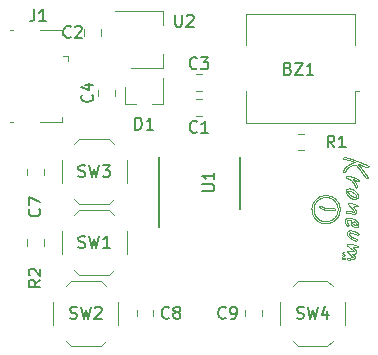
<source format=gbr>
G04 #@! TF.GenerationSoftware,KiCad,Pcbnew,5.1.4*
G04 #@! TF.CreationDate,2019-09-26T21:19:46+02:00*
G04 #@! TF.ProjectId,kroneum,6b726f6e-6575-46d2-9e6b-696361645f70,rev?*
G04 #@! TF.SameCoordinates,PX9527980PY7539c40*
G04 #@! TF.FileFunction,Legend,Top*
G04 #@! TF.FilePolarity,Positive*
%FSLAX46Y46*%
G04 Gerber Fmt 4.6, Leading zero omitted, Abs format (unit mm)*
G04 Created by KiCad (PCBNEW 5.1.4) date 2019-09-26 21:19:46*
%MOMM*%
%LPD*%
G04 APERTURE LIST*
%ADD10C,0.050000*%
%ADD11C,0.120000*%
%ADD12C,0.150000*%
G04 APERTURE END LIST*
D10*
X-2406650Y10892420D02*
X-2374572Y10910838D01*
X-2374572Y10910838D02*
X-2339176Y10925914D01*
X-2339176Y10925914D02*
X-2300448Y10937293D01*
X-2300448Y10937293D02*
X-2257855Y10944756D01*
X-2257855Y10944756D02*
X-2210917Y10947938D01*
X-2210917Y10947938D02*
X-2161607Y10946561D01*
X-2161607Y10946561D02*
X-2115152Y10941543D01*
X-2115152Y10941543D02*
X-2071876Y10934079D01*
X-2071876Y10934079D02*
X-2031035Y10924875D01*
X-2031035Y10924875D02*
X-1991619Y10914216D01*
X-1991619Y10914216D02*
X-1952385Y10902045D01*
X-1952385Y10902045D02*
X-1915055Y10889158D01*
X-1915055Y10889158D02*
X-1878269Y10875311D01*
X-1878269Y10875311D02*
X-1842154Y10860696D01*
X-1842154Y10860696D02*
X-1806832Y10845496D01*
X-1806832Y10845496D02*
X-1772414Y10829886D01*
X-1772414Y10829886D02*
X-1739900Y10814458D01*
X-1601525Y11270165D02*
X-1629185Y11245359D01*
X-1629185Y11245359D02*
X-1658931Y11225059D01*
X-1658931Y11225059D02*
X-1693550Y11209427D01*
X-1693550Y11209427D02*
X-1735048Y11200836D01*
X-1735048Y11200836D02*
X-1784035Y11202452D01*
X-1784035Y11202452D02*
X-1825257Y11211523D01*
X-1825257Y11211523D02*
X-1863044Y11224590D01*
X-1863044Y11224590D02*
X-1898131Y11239919D01*
X-1898131Y11239919D02*
X-1931643Y11256846D01*
X-1931643Y11256846D02*
X-1964090Y11274953D01*
X-1964090Y11274953D02*
X-1988000Y11289191D01*
X-1988000Y11289192D02*
X-2018225Y11309095D01*
X-2018225Y11309095D02*
X-2047302Y11331465D01*
X-2047302Y11331465D02*
X-2074668Y11356209D01*
X-2074668Y11356209D02*
X-2099285Y11382570D01*
X-2099285Y11382570D02*
X-2121951Y11411780D01*
X-2121951Y11411780D02*
X-2141250Y11442504D01*
X-2141250Y11442504D02*
X-2157757Y11476486D01*
X-2157757Y11476486D02*
X-2170506Y11513845D01*
X-2170506Y11513845D02*
X-2178556Y11557017D01*
X-2178556Y11557017D02*
X-2178979Y11607370D01*
X-2178979Y11607370D02*
X-2171198Y11651036D01*
X-2171198Y11651036D02*
X-2157962Y11688405D01*
X-2157962Y11688405D02*
X-2149100Y11706560D01*
X-2586650Y11960327D02*
X-2556352Y11980276D01*
X-2556352Y11980276D02*
X-2520968Y11995420D01*
X-2520968Y11995420D02*
X-2481364Y12006494D01*
X-2481364Y12006494D02*
X-2434193Y12014425D01*
X-2434193Y12014425D02*
X-2386457Y12018249D01*
X-2386457Y12018249D02*
X-2335739Y12018695D01*
X-2335739Y12018695D02*
X-2285633Y12016045D01*
X-2285633Y12016045D02*
X-2240004Y12011237D01*
X-2240004Y12011237D02*
X-2195124Y12004411D01*
X-2195124Y12004411D02*
X-2152920Y11996132D01*
X-2152920Y11996132D02*
X-2111283Y11986179D01*
X-2111283Y11986179D02*
X-2071793Y11975041D01*
X-2071793Y11975041D02*
X-2033179Y11962448D01*
X-2033179Y11962448D02*
X-1994055Y11947821D01*
X-1994055Y11947821D02*
X-1957549Y11932280D01*
X-1957549Y11932280D02*
X-1923421Y11915862D01*
X-1923421Y11915862D02*
X-1922750Y11915519D01*
X-1922750Y11915519D02*
X-1889803Y11897980D01*
X-1889803Y11897980D02*
X-1857659Y11879478D01*
X-1857659Y11879478D02*
X-1826403Y11860031D01*
X-1826403Y11860031D02*
X-1795692Y11839365D01*
X-1795692Y11839365D02*
X-1766501Y11818105D01*
X-1766501Y11818105D02*
X-1737705Y11795355D01*
X-1737705Y11795355D02*
X-1709546Y11771115D01*
X-1709546Y11771115D02*
X-1680957Y11744081D01*
X-1680957Y11744081D02*
X-1655280Y11717219D01*
X-1655280Y11717219D02*
X-1631016Y11688962D01*
X-1631016Y11688962D02*
X-1608967Y11660051D01*
X-1608967Y11660051D02*
X-1587259Y11627316D01*
X-1587259Y11627316D02*
X-1568339Y11593417D01*
X-1568339Y11593417D02*
X-1552278Y11557654D01*
X-1552278Y11557654D02*
X-1539581Y11519384D01*
X-1539581Y11519384D02*
X-1531225Y11477585D01*
X-1531225Y11477585D02*
X-1529344Y11428265D01*
X-1529344Y11428265D02*
X-1535837Y11384394D01*
X-1535837Y11384394D02*
X-1548533Y11346847D01*
X-1548533Y11346847D02*
X-1566354Y11313636D01*
X-1566354Y11313636D02*
X-1587915Y11284876D01*
X-1587915Y11284876D02*
X-1601600Y11270163D01*
X-1928075Y8850851D02*
X-1902783Y8824709D01*
X-1902783Y8824709D02*
X-1877839Y8796707D01*
X-1877839Y8796707D02*
X-1855304Y8769022D01*
X-1855304Y8769022D02*
X-1834118Y8739740D01*
X-1834118Y8739740D02*
X-1815791Y8707548D01*
X-1815791Y8707548D02*
X-1811676Y8692252D01*
X-2024075Y8704465D02*
X-2042637Y8736073D01*
X-2042637Y8736073D02*
X-2066720Y8762622D01*
X-2066720Y8762622D02*
X-2092192Y8787754D01*
X-2092192Y8787754D02*
X-2118939Y8812474D01*
X-2118939Y8812474D02*
X-2146466Y8836720D01*
X-2146466Y8836720D02*
X-2173728Y8859816D01*
X-2173728Y8859816D02*
X-2201322Y8882421D01*
X-2201322Y8882421D02*
X-2231741Y8906542D01*
X-2231741Y8906542D02*
X-2261075Y8929067D01*
X-2101175Y12372401D02*
X-2143694Y12381770D01*
X-2143694Y12381770D02*
X-2185670Y12390238D01*
X-2185670Y12390238D02*
X-2228302Y12398149D01*
X-2228302Y12398149D02*
X-2271237Y12405456D01*
X-2271237Y12405456D02*
X-2315686Y12412316D01*
X-2315686Y12412316D02*
X-2359703Y12418336D01*
X-2359703Y12418336D02*
X-2404709Y12423517D01*
X-2404709Y12423517D02*
X-2451383Y12427373D01*
X-2451383Y12427373D02*
X-2482475Y12428410D01*
X-1811676Y8692252D02*
X-1821999Y8652069D01*
X-1821999Y8652069D02*
X-1843495Y8621803D01*
X-1843495Y8621803D02*
X-1869527Y8597784D01*
X-1869527Y8597784D02*
X-1899165Y8577061D01*
X-1899165Y8577061D02*
X-1931525Y8558919D01*
X-1931525Y8558919D02*
X-1966655Y8542719D01*
X-1966655Y8542719D02*
X-2002814Y8528811D01*
X-2002814Y8528811D02*
X-2041046Y8516513D01*
X-2041046Y8516513D02*
X-2080573Y8505957D01*
X-2080573Y8505957D02*
X-2121906Y8496952D01*
X-2121906Y8496952D02*
X-2166167Y8489373D01*
X-2166167Y8489373D02*
X-2212306Y8483555D01*
X-2212306Y8483555D02*
X-2226575Y8482163D01*
X-2527550Y12569649D02*
X-2491635Y12584345D01*
X-2491635Y12584345D02*
X-2450034Y12592974D01*
X-2450034Y12592974D02*
X-2402464Y12595740D01*
X-2402464Y12595740D02*
X-2354471Y12593349D01*
X-2354471Y12593349D02*
X-2309560Y12587755D01*
X-2309560Y12587755D02*
X-2266717Y12580133D01*
X-2266717Y12580133D02*
X-2231225Y12572477D01*
X-1787450Y11621075D02*
X-1813677Y11645036D01*
X-1813677Y11645036D02*
X-1840987Y11667861D01*
X-1840987Y11667861D02*
X-1870897Y11688251D01*
X-1870897Y11688251D02*
X-1908141Y11701054D01*
X-1908141Y11701054D02*
X-1948584Y11691136D01*
X-1948584Y11691136D02*
X-1977125Y11670948D01*
X-1978700Y11670948D02*
X-2005702Y11647696D01*
X-2005702Y11647696D02*
X-2030389Y11622175D01*
X-2030389Y11622175D02*
X-2045862Y11587062D01*
X-2045862Y11587062D02*
X-2033966Y11548856D01*
X-2033966Y11548856D02*
X-2012973Y11519560D01*
X-2012973Y11519560D02*
X-1988956Y11491559D01*
X-1988956Y11491559D02*
X-1971200Y11472019D01*
X-2378600Y13257965D02*
X-2350957Y13280839D01*
X-2350957Y13280839D02*
X-2315522Y13295450D01*
X-2315522Y13295450D02*
X-2264000Y13294652D01*
X-2264000Y13294652D02*
X-2223039Y13285060D01*
X-2223039Y13285060D02*
X-2184277Y13272809D01*
X-2184277Y13272809D02*
X-2147099Y13259582D01*
X-2147099Y13259582D02*
X-2122775Y13250480D01*
X-2261075Y8929067D02*
X-2291044Y8952001D01*
X-2291044Y8952001D02*
X-2321229Y8975773D01*
X-2321229Y8975773D02*
X-2350241Y8999432D01*
X-2350241Y8999432D02*
X-2378460Y9023469D01*
X-2378460Y9023469D02*
X-2404919Y9047286D01*
X-2404919Y9047286D02*
X-2431275Y9072880D01*
X-2431275Y9072880D02*
X-2455425Y9099145D01*
X-2455425Y9099145D02*
X-2477155Y9127857D01*
X-2477155Y9127857D02*
X-2492836Y9162233D01*
X-2492836Y9162233D02*
X-2479995Y9199614D01*
X-2479995Y9199614D02*
X-2443970Y9213900D01*
X-2443970Y9213900D02*
X-2398512Y9218531D01*
X-2398512Y9218531D02*
X-2348855Y9217686D01*
X-2348855Y9217686D02*
X-2301432Y9213898D01*
X-2301432Y9213898D02*
X-2256495Y9208608D01*
X-2256495Y9208608D02*
X-2212113Y9202227D01*
X-2212113Y9202227D02*
X-2168327Y9195074D01*
X-2168327Y9195074D02*
X-2123379Y9187032D01*
X-2123379Y9187032D02*
X-2083325Y9179373D01*
X-5130425Y13596870D02*
X-5103601Y13621743D01*
X-5103601Y13621743D02*
X-5076490Y13646075D01*
X-5076490Y13646075D02*
X-5049434Y13669481D01*
X-5049434Y13669481D02*
X-5022017Y13692229D01*
X-5022017Y13692229D02*
X-4991677Y13716180D01*
X-4991677Y13716180D02*
X-4962692Y13737786D01*
X-4962692Y13737786D02*
X-4933168Y13758446D01*
X-4933168Y13758446D02*
X-4901949Y13778761D01*
X-4901949Y13778761D02*
X-4869277Y13798298D01*
X-4869277Y13798298D02*
X-4834909Y13816937D01*
X-4834909Y13816937D02*
X-4800370Y13833711D01*
X-4800370Y13833711D02*
X-4765059Y13848893D01*
X-4765059Y13848893D02*
X-4727763Y13862870D01*
X-4727763Y13862870D02*
X-4689766Y13875071D01*
X-4689766Y13875071D02*
X-4648719Y13886126D01*
X-4648719Y13886126D02*
X-4607129Y13895296D01*
X-4607129Y13895296D02*
X-4564567Y13902800D01*
X-4564567Y13902800D02*
X-4519233Y13908962D01*
X-4519233Y13908962D02*
X-4469984Y13913818D01*
X-4469984Y13913818D02*
X-4422685Y13916955D01*
X-4422685Y13916955D02*
X-4374524Y13918854D01*
X-4374524Y13918854D02*
X-4325109Y13919670D01*
X-4325109Y13919670D02*
X-4308500Y13919720D01*
X-4308500Y13919720D02*
X-4258960Y13918910D01*
X-4258960Y13918910D02*
X-4211249Y13916544D01*
X-4211249Y13916544D02*
X-4164988Y13912691D01*
X-4164988Y13912691D02*
X-4119822Y13907380D01*
X-4119822Y13907380D02*
X-4076385Y13900756D01*
X-4076385Y13900756D02*
X-4033045Y13892588D01*
X-4033045Y13892588D02*
X-3990461Y13882971D01*
X-3990461Y13882971D02*
X-3948642Y13871906D01*
X-3948642Y13871906D02*
X-3908196Y13859596D01*
X-3908196Y13859596D02*
X-3868355Y13845833D01*
X-3868355Y13845833D02*
X-3831595Y13831611D01*
X-3831595Y13831611D02*
X-3796511Y13816599D01*
X-3796511Y13816599D02*
X-3760397Y13799593D01*
X-3760397Y13799593D02*
X-3724177Y13780861D01*
X-3724177Y13780861D02*
X-3691389Y13762364D01*
X-3691389Y13762364D02*
X-3658460Y13742226D01*
X-3658460Y13742226D02*
X-3628276Y13722305D01*
X-3628276Y13722305D02*
X-3597682Y13700597D01*
X-3597682Y13700597D02*
X-3568724Y13678552D01*
X-3568724Y13678552D02*
X-3539409Y13654650D01*
X-3539409Y13654650D02*
X-3512639Y13631340D01*
X-3512639Y13631340D02*
X-3485517Y13606180D01*
X-3485517Y13606180D02*
X-3459919Y13580906D01*
X-3459919Y13580906D02*
X-3434015Y13553713D01*
X-3434015Y13553713D02*
X-3409601Y13526481D01*
X-3409601Y13526481D02*
X-3386613Y13499315D01*
X-3386613Y13499315D02*
X-3362532Y13469146D01*
X-3362532Y13469146D02*
X-3340687Y13440137D01*
X-3340687Y13440137D02*
X-3319585Y13410521D01*
X-3319585Y13410521D02*
X-3297896Y13378305D01*
X-3297896Y13378305D02*
X-3277739Y13346611D01*
X-3277739Y13346611D02*
X-3258858Y13315258D01*
X-3258858Y13315258D02*
X-3240589Y13283247D01*
X-3240589Y13283247D02*
X-3227075Y13258427D01*
X-2503925Y14446604D02*
X-2471959Y14464891D01*
X-2471959Y14464891D02*
X-2436327Y14479774D01*
X-2436327Y14479774D02*
X-2396935Y14490639D01*
X-2396935Y14490639D02*
X-2352906Y14496976D01*
X-2352906Y14496976D02*
X-2303524Y14497939D01*
X-2303524Y14497939D02*
X-2257191Y14493784D01*
X-2257191Y14493784D02*
X-2213792Y14486008D01*
X-2213792Y14486008D02*
X-2172640Y14475529D01*
X-2172640Y14475529D02*
X-2134135Y14463229D01*
X-2134135Y14463229D02*
X-2097285Y14449367D01*
X-2097285Y14449367D02*
X-2060942Y14433832D01*
X-2060942Y14433832D02*
X-2026603Y14417549D01*
X-2026603Y14417549D02*
X-1993036Y14400204D01*
X-1993036Y14400204D02*
X-1960328Y14382011D01*
X-1960328Y14382011D02*
X-1928563Y14363169D01*
X-1928563Y14363169D02*
X-1897814Y14343874D01*
X-1897814Y14343874D02*
X-1895600Y14342446D01*
X-2482325Y12428409D02*
X-2530173Y12430853D01*
X-2530173Y12430853D02*
X-2572215Y12439137D01*
X-2572215Y12439137D02*
X-2605326Y12456348D01*
X-2605326Y12456348D02*
X-2612694Y12499061D01*
X-2612694Y12499061D02*
X-2590281Y12527422D01*
X-2590281Y12527422D02*
X-2561761Y12549582D01*
X-2561761Y12549582D02*
X-2530052Y12568582D01*
X-2530052Y12568582D02*
X-2528075Y12569644D01*
X-3289850Y12736894D02*
X-3290779Y12786142D01*
X-3290779Y12786142D02*
X-3293564Y12834223D01*
X-3293564Y12834223D02*
X-3298071Y12879874D01*
X-3298071Y12879874D02*
X-3304302Y12924075D01*
X-3304302Y12924075D02*
X-3312476Y12968129D01*
X-3312476Y12968129D02*
X-3321990Y13009176D01*
X-3321990Y13009176D02*
X-3333023Y13048772D01*
X-3333023Y13048772D02*
X-3345579Y13087177D01*
X-3345579Y13087177D02*
X-3359547Y13124251D01*
X-3359547Y13124251D02*
X-3374949Y13160244D01*
X-3374949Y13160244D02*
X-3391562Y13194838D01*
X-3391562Y13194838D02*
X-3409500Y13228458D01*
X-3409500Y13228458D02*
X-3428945Y13261502D01*
X-3428945Y13261502D02*
X-3448731Y13292244D01*
X-3448731Y13292244D02*
X-3469383Y13321825D01*
X-3469383Y13321825D02*
X-3491081Y13350632D01*
X-3491081Y13350632D02*
X-3513792Y13378703D01*
X-3513792Y13378703D02*
X-3537177Y13405733D01*
X-3537177Y13405733D02*
X-3561312Y13431932D01*
X-3561312Y13431932D02*
X-3586627Y13457819D01*
X-3586627Y13457819D02*
X-3612278Y13482607D01*
X-3612278Y13482607D02*
X-3638514Y13506656D01*
X-3638514Y13506656D02*
X-3647975Y13515035D01*
X-3647975Y13515035D02*
X-3675648Y13538988D01*
X-3675648Y13538988D02*
X-3703003Y13561883D01*
X-3703003Y13561883D02*
X-3731905Y13585061D01*
X-3731905Y13585061D02*
X-3761159Y13607279D01*
X-3761159Y13607279D02*
X-3790879Y13628378D01*
X-3790879Y13628378D02*
X-3821228Y13648214D01*
X-3821228Y13648214D02*
X-3853536Y13667267D01*
X-3853536Y13667267D02*
X-3886972Y13684646D01*
X-3886972Y13684646D02*
X-3924336Y13701235D01*
X-3924336Y13701235D02*
X-3961451Y13714873D01*
X-3961451Y13714873D02*
X-4000335Y13726378D01*
X-4000335Y13726378D02*
X-4041977Y13735935D01*
X-4041977Y13735935D02*
X-4085638Y13743375D01*
X-4085638Y13743375D02*
X-4131738Y13748920D01*
X-4131738Y13748920D02*
X-4178136Y13752616D01*
X-4178136Y13752616D02*
X-4226953Y13754941D01*
X-4226953Y13754941D02*
X-4276836Y13756073D01*
X-4276836Y13756073D02*
X-4314200Y13756292D01*
X-2475050Y8544865D02*
X-2466088Y8586037D01*
X-2466088Y8586037D02*
X-2440486Y8610662D01*
X-2440486Y8610662D02*
X-2404086Y8624917D01*
X-2404086Y8624917D02*
X-2362088Y8633553D01*
X-2362088Y8633553D02*
X-2317668Y8639148D01*
X-2317668Y8639148D02*
X-2271329Y8643123D01*
X-2271329Y8643123D02*
X-2249825Y8644586D01*
X-1971200Y11472019D02*
X-1944991Y11447762D01*
X-1944991Y11447762D02*
X-1913924Y11426996D01*
X-1913924Y11426996D02*
X-1879644Y11410308D01*
X-1879644Y11410308D02*
X-1840490Y11397088D01*
X-1840490Y11397088D02*
X-1798504Y11388877D01*
X-1798504Y11388877D02*
X-1749278Y11387650D01*
X-1749278Y11387650D02*
X-1708136Y11397045D01*
X-1708136Y11397045D02*
X-1679514Y11418498D01*
X-1679514Y11418498D02*
X-1670375Y11448168D01*
X-1670375Y11448167D02*
X-1682222Y11486571D01*
X-1682222Y11486571D02*
X-1700847Y11518692D01*
X-1700847Y11518692D02*
X-1722654Y11549266D01*
X-1722654Y11549266D02*
X-1745200Y11576833D01*
X-1745200Y11576833D02*
X-1769456Y11603277D01*
X-1769456Y11603277D02*
X-1787450Y11621075D01*
X-2231000Y12572475D02*
X-2188451Y12562773D01*
X-2188451Y12562773D02*
X-2145986Y12553411D01*
X-2145986Y12553411D02*
X-2103500Y12544567D01*
X-2103500Y12544567D02*
X-2060575Y12536518D01*
X-2060575Y12536518D02*
X-2016539Y12529906D01*
X-2016539Y12529906D02*
X-1969580Y12526768D01*
X-1969580Y12526768D02*
X-1928135Y12535569D01*
X-1928135Y12535569D02*
X-1921856Y12579487D01*
X-1921856Y12579487D02*
X-1939170Y12613038D01*
X-1939170Y12613038D02*
X-1959878Y12643734D01*
X-1959878Y12643734D02*
X-1981370Y12672259D01*
X-1981370Y12672259D02*
X-2003785Y12700245D01*
X-2003785Y12700245D02*
X-2027092Y12728227D01*
X-2027092Y12728227D02*
X-2051611Y12756882D01*
X-2051611Y12756882D02*
X-2075262Y12784008D01*
X-2075262Y12784008D02*
X-2100796Y12812901D01*
X-2100796Y12812901D02*
X-2126323Y12841495D01*
X-2126323Y12841495D02*
X-2150490Y12868378D01*
X-2150490Y12868378D02*
X-2174911Y12895408D01*
X-2174911Y12895408D02*
X-2177000Y12897716D01*
X-674000Y16364247D02*
X-683744Y16323877D01*
X-683744Y16323877D02*
X-711458Y16300239D01*
X-711458Y16300239D02*
X-752930Y16291652D01*
X-752930Y16291652D02*
X-800369Y16294358D01*
X-800369Y16294358D02*
X-843403Y16302496D01*
X-843403Y16302496D02*
X-883476Y16313113D01*
X-883476Y16313113D02*
X-921546Y16325152D01*
X-921546Y16325152D02*
X-958774Y16338352D01*
X-958774Y16338352D02*
X-995761Y16352595D01*
X-995761Y16352595D02*
X-1032008Y16367465D01*
X-1032008Y16367465D02*
X-1067053Y16382575D01*
X-1067053Y16382575D02*
X-1082000Y16389212D01*
X-1082000Y16389210D02*
X-1118491Y16405528D01*
X-1118491Y16405528D02*
X-1155309Y16421933D01*
X-1155309Y16421933D02*
X-1192186Y16438293D01*
X-1192186Y16438293D02*
X-1227058Y16453686D01*
X-1227058Y16453686D02*
X-1263330Y16469597D01*
X-1263330Y16469597D02*
X-1300377Y16485717D01*
X-1300377Y16485717D02*
X-1335418Y16500808D01*
X-1335418Y16500808D02*
X-1371622Y16516191D01*
X-1371622Y16516191D02*
X-1408510Y16531567D01*
X-1408510Y16531567D02*
X-1445262Y16546457D01*
X-1445262Y16546457D02*
X-1481941Y16560645D01*
X-1481941Y16560645D02*
X-1519335Y16573844D01*
X-1519335Y16573844D02*
X-1559278Y16584007D01*
X-1559278Y16584007D02*
X-1574900Y16578402D01*
X-2432525Y11290485D02*
X-2467649Y11305632D01*
X-2467649Y11305632D02*
X-2493552Y11330123D01*
X-2493552Y11330123D02*
X-2516354Y11358180D01*
X-2516354Y11358180D02*
X-2536986Y11388054D01*
X-2536986Y11388054D02*
X-2556824Y11420576D01*
X-2556824Y11420576D02*
X-2574955Y11453640D01*
X-2574955Y11453640D02*
X-2592356Y11488674D01*
X-2592356Y11488674D02*
X-2609076Y11525970D01*
X-2609076Y11525970D02*
X-2623774Y11562571D01*
X-2623774Y11562571D02*
X-2637195Y11600507D01*
X-2637195Y11600507D02*
X-2649060Y11640087D01*
X-2649060Y11640087D02*
X-2658703Y11681399D01*
X-2658703Y11681399D02*
X-2664960Y11725796D01*
X-2664960Y11725796D02*
X-2665850Y11746965D01*
X-2665850Y11746965D02*
X-2662244Y11794371D01*
X-2662244Y11794371D02*
X-2653600Y11836552D01*
X-2653600Y11836552D02*
X-2641426Y11874645D01*
X-2641426Y11874645D02*
X-2625900Y11909369D01*
X-2625900Y11909369D02*
X-2606518Y11940199D01*
X-2606518Y11940199D02*
X-2587625Y11960327D01*
X-2620550Y14297818D02*
X-2608772Y14337142D01*
X-2608772Y14337142D02*
X-2588968Y14367910D01*
X-2588968Y14367910D02*
X-2565699Y14395073D01*
X-2565699Y14395073D02*
X-2538844Y14420393D01*
X-2538844Y14420393D02*
X-2510275Y14442339D01*
X-2510275Y14442339D02*
X-2503925Y14446604D01*
X-1754901Y13125416D02*
X-1716865Y13113087D01*
X-1716865Y13113087D02*
X-1680881Y13099023D01*
X-1680881Y13099023D02*
X-1647082Y13082333D01*
X-1647082Y13082333D02*
X-1617085Y13061313D01*
X-1617085Y13061313D02*
X-1598724Y13029055D01*
X-1598724Y13029055D02*
X-1620571Y13000062D01*
X-1620571Y13000062D02*
X-1656833Y12986185D01*
X-1656833Y12986185D02*
X-1699692Y12978286D01*
X-1699692Y12978286D02*
X-1746250Y12974471D01*
X-1746250Y12974471D02*
X-1783401Y12973671D01*
X-2807675Y16002568D02*
X-2801193Y16047938D01*
X-2801193Y16047938D02*
X-2787941Y16085352D01*
X-2787941Y16085352D02*
X-2771273Y16118962D01*
X-2771273Y16118962D02*
X-2751964Y16150771D01*
X-2751964Y16150771D02*
X-2730537Y16181329D01*
X-2730537Y16181329D02*
X-2708060Y16210015D01*
X-2708060Y16210015D02*
X-2684390Y16237612D01*
X-2684390Y16237612D02*
X-2658676Y16265335D01*
X-2658676Y16265335D02*
X-2632786Y16291367D01*
X-2632786Y16291367D02*
X-2606785Y16315959D01*
X-2606785Y16315959D02*
X-2580231Y16339710D01*
X-2580231Y16339710D02*
X-2552717Y16363055D01*
X-2552717Y16363055D02*
X-2524762Y16385594D01*
X-2524762Y16385594D02*
X-2496084Y16407598D01*
X-2496084Y16407598D02*
X-2466567Y16429165D01*
X-2466567Y16429165D02*
X-2436731Y16449913D01*
X-2436731Y16449913D02*
X-2406002Y16470248D01*
X-2406002Y16470248D02*
X-2375140Y16489657D01*
X-2375140Y16489657D02*
X-2342827Y16508928D01*
X-2342827Y16508928D02*
X-2310772Y16527002D01*
X-2310772Y16527002D02*
X-2277387Y16544737D01*
X-2277387Y16544737D02*
X-2243456Y16561633D01*
X-2243456Y16561633D02*
X-2205633Y16579115D01*
X-2205633Y16579115D02*
X-2168628Y16594811D01*
X-2168628Y16594811D02*
X-2131333Y16609187D01*
X-2131333Y16609187D02*
X-2130350Y16609544D01*
X-1841900Y16714710D02*
X-2312900Y16869854D01*
X-1814525Y12728197D02*
X-1795116Y12697552D01*
X-1795116Y12697552D02*
X-1774938Y12665468D01*
X-1774938Y12665468D02*
X-1755310Y12633634D01*
X-1755310Y12633634D02*
X-1736741Y12602166D01*
X-1736741Y12602166D02*
X-1719296Y12569504D01*
X-1719296Y12569504D02*
X-1704778Y12533370D01*
X-1704778Y12533370D02*
X-1705215Y12483498D01*
X-1705215Y12483498D02*
X-1724485Y12452618D01*
X-1724485Y12452618D02*
X-1749210Y12425707D01*
X-1749210Y12425707D02*
X-1765025Y12409768D01*
X-1665875Y10093747D02*
X-1699484Y10077065D01*
X-1699484Y10077065D02*
X-1747391Y10074651D01*
X-1747391Y10074651D02*
X-1792331Y10081018D01*
X-1792331Y10081018D02*
X-1833723Y10091122D01*
X-1833723Y10091122D02*
X-1872705Y10103323D01*
X-1872705Y10103323D02*
X-1910794Y10117272D01*
X-1910794Y10117272D02*
X-1947247Y10132252D01*
X-1947247Y10132252D02*
X-1983075Y10148383D01*
X-1983075Y10148383D02*
X-2017927Y10165334D01*
X-2017927Y10165334D02*
X-2051516Y10182812D01*
X-2051516Y10182812D02*
X-2085230Y10201477D01*
X-2085230Y10201477D02*
X-2117274Y10220275D01*
X-2117274Y10220275D02*
X-2148693Y10239745D01*
X-2148693Y10239745D02*
X-2179338Y10259789D01*
X-2179338Y10259789D02*
X-2211364Y10281934D01*
X-2211364Y10281934D02*
X-2240377Y10303160D01*
X-2240377Y10303160D02*
X-2268929Y10325267D01*
X-2268929Y10325267D02*
X-2296657Y10348059D01*
X-2296657Y10348059D02*
X-2324536Y10372529D01*
X-2324536Y10372529D02*
X-2340725Y10387581D01*
X-1783625Y12973670D02*
X-1833555Y12973239D01*
X-1833555Y12973239D02*
X-1882387Y12971848D01*
X-1882387Y12971848D02*
X-1929921Y12968933D01*
X-1929921Y12968933D02*
X-1957025Y12963464D01*
X-1574900Y16578402D02*
X-1555590Y16546959D01*
X-1555590Y16546959D02*
X-1534002Y16517458D01*
X-1534002Y16517458D02*
X-1510996Y16487153D01*
X-1510996Y16487153D02*
X-1488777Y16458482D01*
X-1488777Y16458482D02*
X-1465807Y16429264D01*
X-1465807Y16429264D02*
X-1442163Y16399533D01*
X-1442163Y16399533D02*
X-1418967Y16370651D01*
X-1418967Y16370651D02*
X-1394624Y16340610D01*
X-1394624Y16340610D02*
X-1371448Y16312238D01*
X-1371448Y16312238D02*
X-1347575Y16283238D01*
X-1347575Y16283238D02*
X-1324235Y16254907D01*
X-1324235Y16254907D02*
X-1300120Y16225409D01*
X-1300120Y16225409D02*
X-1277256Y16197231D01*
X-1277256Y16197231D02*
X-1254651Y16169168D01*
X-1254651Y16169168D02*
X-1231357Y16140029D01*
X-1231357Y16140029D02*
X-1208378Y16111065D01*
X-1208378Y16111065D02*
X-1185737Y16082305D01*
X-1185737Y16082305D02*
X-1163450Y16053774D01*
X-1163450Y16053774D02*
X-1141537Y16025500D01*
X-1141537Y16025500D02*
X-1118236Y15995188D01*
X-1118236Y15995188D02*
X-1095420Y15965242D01*
X-1095420Y15965242D02*
X-1073111Y15935699D01*
X-1073111Y15935699D02*
X-1051328Y15906589D01*
X-1051328Y15906589D02*
X-1028488Y15875768D01*
X-1028488Y15875768D02*
X-1006320Y15845532D01*
X-1006320Y15845532D02*
X-984849Y15815925D01*
X-984849Y15815925D02*
X-963746Y15786481D01*
X-963746Y15786481D02*
X-942727Y15756783D01*
X-942727Y15756783D02*
X-920919Y15725525D01*
X-920919Y15725525D02*
X-900184Y15695324D01*
X-900184Y15695324D02*
X-879379Y15664467D01*
X-879379Y15664467D02*
X-858783Y15633259D01*
X-858783Y15633259D02*
X-838962Y15602446D01*
X-838962Y15602446D02*
X-819507Y15571230D01*
X-819507Y15571230D02*
X-800769Y15539892D01*
X-800769Y15539892D02*
X-782641Y15507738D01*
X-782641Y15507738D02*
X-765570Y15474340D01*
X-765570Y15474340D02*
X-750818Y15438030D01*
X-750818Y15438030D02*
X-749000Y15409233D01*
X-2083100Y9179373D02*
X-2039770Y9171694D01*
X-2039770Y9171694D02*
X-1994606Y9166174D01*
X-1994606Y9166174D02*
X-1944843Y9166473D01*
X-1944843Y9166473D02*
X-1913096Y9185077D01*
X-1913096Y9185077D02*
X-1925360Y9223158D01*
X-1925360Y9223158D02*
X-1948385Y9251087D01*
X-1948385Y9251087D02*
X-1973558Y9276070D01*
X-1973558Y9276070D02*
X-2000882Y9300484D01*
X-2000882Y9300484D02*
X-2028133Y9323248D01*
X-2028133Y9323248D02*
X-2056562Y9345894D01*
X-2056562Y9345894D02*
X-2085396Y9368043D01*
X-2085396Y9368043D02*
X-2114773Y9389973D01*
X-2114773Y9389973D02*
X-2144215Y9411442D01*
X-2144215Y9411442D02*
X-2173758Y9432573D01*
X-2173758Y9432573D02*
X-2198075Y9449705D01*
X-1904075Y9432995D02*
X-1877058Y9407612D01*
X-1877058Y9407612D02*
X-1851478Y9382322D01*
X-1851478Y9382322D02*
X-1825321Y9355149D01*
X-1825321Y9355149D02*
X-1800861Y9328419D01*
X-1800861Y9328419D02*
X-1777363Y9301308D01*
X-1777363Y9301308D02*
X-1754771Y9273496D01*
X-1754771Y9273496D02*
X-1732930Y9244074D01*
X-1732930Y9244074D02*
X-1713263Y9212911D01*
X-1713263Y9212911D02*
X-1704576Y9193820D01*
X-2550500Y15540042D02*
X-2509440Y15549231D01*
X-2509440Y15549231D02*
X-2459760Y15551253D01*
X-2459760Y15551253D02*
X-2412308Y15548652D01*
X-2412308Y15548652D02*
X-2366356Y15543497D01*
X-2366356Y15543497D02*
X-2322938Y15536890D01*
X-2322938Y15536890D02*
X-2279091Y15528868D01*
X-2279091Y15528868D02*
X-2235413Y15519744D01*
X-2235413Y15519744D02*
X-2193087Y15509965D01*
X-2193087Y15509965D02*
X-2152570Y15499827D01*
X-2152570Y15499827D02*
X-2111465Y15488821D01*
X-2111465Y15488821D02*
X-2069983Y15477019D01*
X-2069983Y15477019D02*
X-2030425Y15465134D01*
X-2030425Y15465134D02*
X-1991595Y15452876D01*
X-1991595Y15452876D02*
X-1954011Y15440455D01*
X-1954011Y15440455D02*
X-1916106Y15427357D01*
X-1916106Y15427357D02*
X-1878414Y15413742D01*
X-1878414Y15413742D02*
X-1841778Y15399908D01*
X-1841778Y15399908D02*
X-1804124Y15385023D01*
X-1804124Y15385023D02*
X-1767960Y15370022D01*
X-1767960Y15370022D02*
X-1731979Y15354314D01*
X-1731979Y15354314D02*
X-1697109Y15338223D01*
X-1697109Y15338223D02*
X-1663144Y15321551D01*
X-1663144Y15321551D02*
X-1630059Y15304118D01*
X-1630059Y15304118D02*
X-1598080Y15285770D01*
X-1598080Y15285770D02*
X-1567372Y15266140D01*
X-1567372Y15266140D02*
X-1538198Y15244472D01*
X-1538198Y15244472D02*
X-1512105Y15219799D01*
X-1512105Y15219799D02*
X-1493750Y15190276D01*
X-1493750Y15190276D02*
X-1504373Y15150886D01*
X-1504373Y15150886D02*
X-1540242Y15136709D01*
X-1540242Y15136709D02*
X-1587789Y15133895D01*
X-1587789Y15133895D02*
X-1633870Y15138518D01*
X-1633870Y15138518D02*
X-1676093Y15147139D01*
X-1676093Y15147139D02*
X-1715399Y15158491D01*
X-1715399Y15158491D02*
X-1753258Y15172474D01*
X-1753258Y15172474D02*
X-1787941Y15188163D01*
X-1787941Y15188163D02*
X-1814150Y15202130D01*
X-2794925Y17026271D02*
X-2807725Y17063939D01*
X-2807725Y17063939D02*
X-2796876Y17103184D01*
X-2796876Y17103184D02*
X-2777258Y17134019D01*
X-2777258Y17134019D02*
X-2769425Y17140372D01*
X-5476025Y13045371D02*
X-5463107Y13083010D01*
X-5463107Y13083010D02*
X-5448371Y13122383D01*
X-5448371Y13122383D02*
X-5433875Y13158072D01*
X-5433875Y13158072D02*
X-5418138Y13193949D01*
X-5418138Y13193949D02*
X-5402086Y13227938D01*
X-5402086Y13227938D02*
X-5385203Y13261250D01*
X-5385203Y13261250D02*
X-5366667Y13295349D01*
X-5366667Y13295349D02*
X-5348204Y13327082D01*
X-5348204Y13327082D02*
X-5328183Y13359288D01*
X-5328183Y13359288D02*
X-5307893Y13389880D01*
X-5307893Y13389880D02*
X-5286759Y13419816D01*
X-5286759Y13419816D02*
X-5264776Y13449097D01*
X-5264776Y13449097D02*
X-5241338Y13478459D01*
X-5241338Y13478459D02*
X-5217419Y13506667D01*
X-5217419Y13506667D02*
X-5193704Y13533056D01*
X-5193704Y13533056D02*
X-5169187Y13558851D01*
X-5169187Y13558851D02*
X-5143860Y13584053D01*
X-5143860Y13584053D02*
X-5130425Y13596870D01*
X-2405900Y15335232D02*
X-2442945Y15348851D01*
X-2442945Y15348851D02*
X-2478946Y15363885D01*
X-2478946Y15363885D02*
X-2513366Y15380512D01*
X-2513366Y15380512D02*
X-2545641Y15399085D01*
X-2545641Y15399085D02*
X-2574938Y15420323D01*
X-2574938Y15420323D02*
X-2599868Y15446459D01*
X-2599868Y15446459D02*
X-2612017Y15484326D01*
X-2612017Y15484326D02*
X-2593649Y15515992D01*
X-2593649Y15515992D02*
X-2562560Y15535144D01*
X-2562560Y15535144D02*
X-2550800Y15540041D01*
X-2130350Y16609544D02*
X-1841900Y16714710D01*
X-2769425Y17140393D02*
X-2725652Y17146621D01*
X-2725652Y17146621D02*
X-2679891Y17142195D01*
X-2679891Y17142195D02*
X-2636004Y17134801D01*
X-2636004Y17134801D02*
X-2594121Y17126159D01*
X-2594121Y17126159D02*
X-2551626Y17116329D01*
X-2551626Y17116329D02*
X-2509738Y17105863D01*
X-2509738Y17105863D02*
X-2469469Y17095233D01*
X-2469469Y17095233D02*
X-2429375Y17084194D01*
X-2429375Y17084194D02*
X-2388702Y17072600D01*
X-2388702Y17072600D02*
X-2348930Y17060936D01*
X-2348930Y17060936D02*
X-2309134Y17048974D01*
X-2309134Y17048974D02*
X-2270807Y17037211D01*
X-2270807Y17037211D02*
X-2231563Y17024937D01*
X-2231563Y17024937D02*
X-2191477Y17012184D01*
X-2191477Y17012184D02*
X-2153365Y16999872D01*
X-2153365Y16999872D02*
X-2113246Y16986725D01*
X-2113246Y16986725D02*
X-2075359Y16974147D01*
X-2075359Y16974147D02*
X-2035579Y16960777D01*
X-2035579Y16960777D02*
X-1993918Y16946607D01*
X-1993918Y16946607D02*
X-1953305Y16932629D01*
X-1953305Y16932629D02*
X-1912372Y16918389D01*
X-1912372Y16918389D02*
X-1863798Y16901293D01*
X-1863798Y16901293D02*
X-1823851Y16887080D01*
X-1823851Y16887080D02*
X-1786748Y16873756D01*
X-1786748Y16873756D02*
X-1746598Y16859205D01*
X-1746598Y16859205D02*
X-1707166Y16844782D01*
X-1707166Y16844782D02*
X-1663299Y16828581D01*
X-1663299Y16828581D02*
X-1626196Y16814752D01*
X-1626196Y16814752D02*
X-1587727Y16800291D01*
X-1587727Y16800291D02*
X-1550894Y16786323D01*
X-1550894Y16786323D02*
X-1511334Y16771190D01*
X-1511334Y16771190D02*
X-1473500Y16756585D01*
X-1473500Y16756585D02*
X-1435974Y16741968D01*
X-1435974Y16741968D02*
X-1398801Y16727356D01*
X-1398801Y16727356D02*
X-1360619Y16712202D01*
X-1360619Y16712202D02*
X-1321534Y16696532D01*
X-1321534Y16696532D02*
X-1283026Y16680932D01*
X-1283026Y16680932D02*
X-1245154Y16665419D01*
X-1245154Y16665419D02*
X-1209290Y16650566D01*
X-1209290Y16650566D02*
X-1172834Y16635291D01*
X-1172834Y16635291D02*
X-1137185Y16620169D01*
X-1137185Y16620169D02*
X-1101178Y16604691D01*
X-1101178Y16604691D02*
X-1066164Y16589424D01*
X-1066164Y16589424D02*
X-1031055Y16573877D01*
X-1031055Y16573877D02*
X-994936Y16557600D01*
X-994936Y16557600D02*
X-960274Y16541672D01*
X-960274Y16541672D02*
X-925136Y16525167D01*
X-925136Y16525167D02*
X-889948Y16508203D01*
X-889948Y16508203D02*
X-855186Y16490913D01*
X-855186Y16490913D02*
X-821397Y16473462D01*
X-821397Y16473462D02*
X-787747Y16455222D01*
X-787747Y16455222D02*
X-755492Y16436563D01*
X-755492Y16436563D02*
X-724128Y16416570D01*
X-724128Y16416570D02*
X-695581Y16394955D01*
X-695581Y16394955D02*
X-674156Y16366325D01*
X-674156Y16366325D02*
X-674000Y16364267D01*
X-2122775Y13250479D02*
X-2085150Y13236458D01*
X-2085150Y13236458D02*
X-2048322Y13223104D01*
X-2048322Y13223104D02*
X-2009409Y13209297D01*
X-2009409Y13209297D02*
X-1966106Y13194237D01*
X-1966106Y13194237D02*
X-1928579Y13181425D01*
X-1928579Y13181425D02*
X-1888281Y13167909D01*
X-1888281Y13167909D02*
X-1849144Y13155043D01*
X-1849144Y13155043D02*
X-1809907Y13142446D01*
X-1809907Y13142446D02*
X-1770743Y13130262D01*
X-1770743Y13130262D02*
X-1754675Y13125416D01*
X-1530200Y13846328D02*
X-1536712Y13801068D01*
X-1536712Y13801068D02*
X-1551748Y13765680D01*
X-1551748Y13765680D02*
X-1572355Y13735994D01*
X-1572355Y13735994D02*
X-1597915Y13709864D01*
X-1597915Y13709864D02*
X-1626660Y13687667D01*
X-1626660Y13687667D02*
X-1658773Y13668390D01*
X-1658773Y13668390D02*
X-1693199Y13652234D01*
X-1693199Y13652234D02*
X-1730189Y13638830D01*
X-1730189Y13638830D02*
X-1770077Y13628125D01*
X-1770077Y13628125D02*
X-1812671Y13620393D01*
X-1812671Y13620393D02*
X-1858521Y13615954D01*
X-1858521Y13615954D02*
X-1909498Y13615532D01*
X-1909498Y13615532D02*
X-1956169Y13619344D01*
X-1956169Y13619344D02*
X-2000441Y13626876D01*
X-2000441Y13626876D02*
X-2041895Y13637723D01*
X-2041895Y13637723D02*
X-2079344Y13651101D01*
X-2079344Y13651101D02*
X-2113753Y13666882D01*
X-2113753Y13666882D02*
X-2113925Y13666970D01*
X-2149100Y11706560D02*
X-2132450Y11740770D01*
X-2132450Y11740770D02*
X-2120787Y11779476D01*
X-2120787Y11779476D02*
X-2129883Y11820673D01*
X-2129883Y11820673D02*
X-2159898Y11840899D01*
X-2159898Y11840899D02*
X-2199918Y11851307D01*
X-2199918Y11851307D02*
X-2244837Y11856531D01*
X-2244837Y11856531D02*
X-2293477Y11858881D01*
X-2293477Y11858881D02*
X-2340950Y11859452D01*
X-2340950Y11859451D02*
X-2390491Y11858766D01*
X-2390491Y11858766D02*
X-2437553Y11855507D01*
X-2437553Y11855507D02*
X-2478753Y11846326D01*
X-2478753Y11846326D02*
X-2507790Y11825295D01*
X-2507790Y11825295D02*
X-2520734Y11787109D01*
X-2520734Y11787109D02*
X-2522375Y11752770D01*
X-2198075Y9449705D02*
X-2229657Y9471941D01*
X-2229657Y9471941D02*
X-2260127Y9493658D01*
X-2260127Y9493658D02*
X-2290080Y9515336D01*
X-2290080Y9515336D02*
X-2319247Y9536847D01*
X-2319247Y9536847D02*
X-2347956Y9558537D01*
X-2347956Y9558537D02*
X-2376299Y9580633D01*
X-2376299Y9580633D02*
X-2404363Y9603460D01*
X-2404363Y9603460D02*
X-2431804Y9627163D01*
X-2431804Y9627163D02*
X-2458132Y9652047D01*
X-2458132Y9652047D02*
X-2482464Y9678713D01*
X-2482464Y9678713D02*
X-2502857Y9708626D01*
X-2502857Y9708626D02*
X-2512201Y9749543D01*
X-2512201Y9749543D02*
X-2495644Y9783187D01*
X-2495644Y9783187D02*
X-2491025Y9788084D01*
X-1719650Y13874701D02*
X-1729613Y13914937D01*
X-1729613Y13914937D02*
X-1747936Y13947128D01*
X-1747936Y13947128D02*
X-1769879Y13976078D01*
X-1769879Y13976078D02*
X-1793517Y14002479D01*
X-1793517Y14002479D02*
X-1819110Y14027910D01*
X-1819110Y14027910D02*
X-1847886Y14053930D01*
X-1847886Y14053930D02*
X-1876101Y14077519D01*
X-1876101Y14077519D02*
X-1904672Y14099892D01*
X-1904672Y14099892D02*
X-1933772Y14121374D01*
X-1933772Y14121374D02*
X-1963722Y14142299D01*
X-1963722Y14142299D02*
X-1994952Y14162965D01*
X-1994952Y14162965D02*
X-2026923Y14182997D01*
X-2026923Y14182997D02*
X-2059975Y14202561D01*
X-2059975Y14202561D02*
X-2092853Y14220891D01*
X-2092853Y14220891D02*
X-2126108Y14238272D01*
X-2126108Y14238272D02*
X-2159930Y14254697D01*
X-2159930Y14254697D02*
X-2194882Y14270241D01*
X-2194882Y14270241D02*
X-2231358Y14284730D01*
X-2231358Y14284730D02*
X-2269470Y14297640D01*
X-2269470Y14297640D02*
X-2309242Y14308043D01*
X-2309242Y14308043D02*
X-2353032Y14314341D01*
X-2353032Y14314341D02*
X-2399374Y14310474D01*
X-2399374Y14310474D02*
X-2406350Y14308153D01*
X-3883700Y12808015D02*
X-3831241Y12807888D01*
X-3831241Y12807888D02*
X-3780070Y12807433D01*
X-3780070Y12807433D02*
X-3728825Y12806501D01*
X-3728825Y12806501D02*
X-3680271Y12804937D01*
X-3680271Y12804937D02*
X-3632068Y12802325D01*
X-3632068Y12802325D02*
X-3586122Y12798100D01*
X-3586122Y12798100D02*
X-3542937Y12790985D01*
X-3542937Y12790985D02*
X-3504935Y12777868D01*
X-3504935Y12777868D02*
X-3481252Y12751538D01*
X-3481252Y12751538D02*
X-3479225Y12736894D01*
X-3479375Y12736895D02*
X-3495585Y12702902D01*
X-3495585Y12702902D02*
X-3530073Y12687144D01*
X-3530073Y12687144D02*
X-3572037Y12678601D01*
X-3572037Y12678601D02*
X-3617527Y12673528D01*
X-3617527Y12673528D02*
X-3665173Y12670351D01*
X-3665173Y12670351D02*
X-3713887Y12668343D01*
X-3713887Y12668343D02*
X-3764169Y12667069D01*
X-3764169Y12667069D02*
X-3816205Y12666300D01*
X-3816205Y12666300D02*
X-3867928Y12665911D01*
X-3867928Y12665911D02*
X-3917875Y12665780D01*
X-3917875Y12665780D02*
X-3928700Y12665773D01*
X-2176775Y12897716D02*
X-2201334Y12924943D01*
X-2201334Y12924943D02*
X-2225451Y12951896D01*
X-2225451Y12951896D02*
X-2249981Y12979612D01*
X-2249981Y12979612D02*
X-2274412Y13007648D01*
X-2274412Y13007648D02*
X-2297778Y13035054D01*
X-2297778Y13035054D02*
X-2320836Y13062961D01*
X-2320836Y13062961D02*
X-2343338Y13091525D01*
X-2343338Y13091525D02*
X-2364737Y13120919D01*
X-2364737Y13120919D02*
X-2384190Y13151846D01*
X-2384190Y13151846D02*
X-2399578Y13186988D01*
X-2399578Y13186988D02*
X-2396722Y13234178D01*
X-2396722Y13234178D02*
X-2378300Y13257968D01*
X-1916900Y10673086D02*
X-1951793Y10688539D01*
X-1951793Y10688539D02*
X-1987461Y10703479D01*
X-1987461Y10703479D02*
X-2024274Y10717868D01*
X-2024274Y10717868D02*
X-2061773Y10731276D01*
X-2061773Y10731276D02*
X-2100654Y10743594D01*
X-2100654Y10743594D02*
X-2141177Y10754311D01*
X-2141177Y10754311D02*
X-2184018Y10762560D01*
X-2184018Y10762560D02*
X-2232057Y10766334D01*
X-2232057Y10766334D02*
X-2276919Y10760849D01*
X-2276919Y10760849D02*
X-2310403Y10744032D01*
X-2310403Y10744032D02*
X-2331023Y10714546D01*
X-2331023Y10714546D02*
X-2336900Y10678306D01*
X-2113925Y13666970D02*
X-2146299Y13684731D01*
X-2146299Y13684731D02*
X-2177357Y13703807D01*
X-2177357Y13703807D02*
X-2207321Y13724014D01*
X-2207321Y13724014D02*
X-2236791Y13745564D01*
X-2236791Y13745564D02*
X-2265304Y13767972D01*
X-2265304Y13767972D02*
X-2293122Y13791305D01*
X-2293122Y13791305D02*
X-2320500Y13815713D01*
X-2320500Y13815713D02*
X-2347000Y13840737D01*
X-2347000Y13840737D02*
X-2372223Y13865893D01*
X-2372223Y13865893D02*
X-2397852Y13892877D01*
X-2397852Y13892877D02*
X-2422317Y13920084D01*
X-2422317Y13920084D02*
X-2445699Y13947550D01*
X-2445699Y13947550D02*
X-2468330Y13975670D01*
X-2468330Y13975670D02*
X-2490067Y14004326D01*
X-2490067Y14004326D02*
X-2511245Y14034101D01*
X-2511245Y14034101D02*
X-2531810Y14065192D01*
X-2531810Y14065192D02*
X-2550789Y14096363D01*
X-2550789Y14096363D02*
X-2569043Y14129476D01*
X-2569043Y14129476D02*
X-2585723Y14163833D01*
X-2585723Y14163833D02*
X-2600572Y14200276D01*
X-2600572Y14200276D02*
X-2612516Y14238940D01*
X-2612516Y14238940D02*
X-2619856Y14281605D01*
X-2619856Y14281605D02*
X-2620550Y14297818D01*
X-1739900Y10814458D02*
X-1705819Y10797366D01*
X-1705819Y10797366D02*
X-1672493Y10779307D01*
X-1672493Y10779307D02*
X-1641045Y10760688D01*
X-1641045Y10760688D02*
X-1610629Y10740689D01*
X-1610629Y10740689D02*
X-1581972Y10719168D01*
X-1581972Y10719168D02*
X-1555550Y10695322D01*
X-1555550Y10695322D02*
X-1532854Y10667443D01*
X-1532854Y10667443D02*
X-1521572Y10628719D01*
X-1521572Y10628719D02*
X-1543675Y10600698D01*
X-1543675Y10600698D02*
X-1583569Y10589782D01*
X-1583569Y10589782D02*
X-1633320Y10589293D01*
X-1633320Y10589293D02*
X-1678102Y10594825D01*
X-1678102Y10594825D02*
X-1719673Y10603339D01*
X-1719673Y10603339D02*
X-1759692Y10613958D01*
X-1759692Y10613958D02*
X-1799731Y10626596D01*
X-1799731Y10626596D02*
X-1838035Y10640360D01*
X-1838035Y10640360D02*
X-1874967Y10655047D01*
X-1874967Y10655047D02*
X-1912329Y10671225D01*
X-1912329Y10671225D02*
X-1916375Y10673053D01*
X-2044400Y8967231D02*
X-1928075Y8850851D01*
X-2226575Y8482160D02*
X-2272891Y8478182D01*
X-2272891Y8478182D02*
X-2319837Y8474870D01*
X-2319837Y8474870D02*
X-2368154Y8473069D01*
X-2368154Y8473069D02*
X-2416311Y8475395D01*
X-2416311Y8475395D02*
X-2454719Y8487909D01*
X-2454719Y8487909D02*
X-2473524Y8519243D01*
X-2473524Y8519243D02*
X-2475500Y8544868D01*
X-4314200Y13756292D02*
X-4363422Y13755161D01*
X-4363422Y13755161D02*
X-4410393Y13751938D01*
X-4410393Y13751938D02*
X-4455690Y13746801D01*
X-4455690Y13746801D02*
X-4499319Y13739926D01*
X-4499319Y13739926D02*
X-4541283Y13731470D01*
X-4541283Y13731470D02*
X-4581865Y13721522D01*
X-4581865Y13721522D02*
X-4621469Y13710076D01*
X-4621469Y13710076D02*
X-4659424Y13697431D01*
X-4659424Y13697431D02*
X-4695751Y13683730D01*
X-4695751Y13683730D02*
X-4730982Y13668880D01*
X-4730982Y13668880D02*
X-4766492Y13652282D01*
X-4766492Y13652282D02*
X-4799633Y13635240D01*
X-4799633Y13635240D02*
X-4832645Y13616694D01*
X-4832645Y13616694D02*
X-4866061Y13596228D01*
X-4866061Y13596228D02*
X-4897371Y13575407D01*
X-4897371Y13575407D02*
X-4929456Y13552305D01*
X-4929456Y13552305D02*
X-4957907Y13530216D01*
X-4957907Y13530216D02*
X-4985694Y13507078D01*
X-4985694Y13507078D02*
X-5013636Y13482130D01*
X-5013636Y13482130D02*
X-5039404Y13457502D01*
X-5039404Y13457502D02*
X-5064876Y13431491D01*
X-5064876Y13431491D02*
X-5089810Y13404281D01*
X-5089810Y13404281D02*
X-5113236Y13376979D01*
X-5113236Y13376979D02*
X-5135929Y13348762D01*
X-5135929Y13348762D02*
X-5157870Y13319643D01*
X-5157870Y13319643D02*
X-5178875Y13289878D01*
X-5178875Y13289878D02*
X-5200072Y13257729D01*
X-5200072Y13257729D02*
X-5219620Y13225938D01*
X-5219620Y13225938D02*
X-5238346Y13193292D01*
X-5238346Y13193292D02*
X-5254250Y13163619D01*
X-5253950Y13163619D02*
X-5269801Y13129135D01*
X-5269801Y13129135D02*
X-5283590Y13091189D01*
X-5283590Y13091189D02*
X-5294975Y13051876D01*
X-5294975Y13051876D02*
X-5304596Y13010119D01*
X-5304596Y13010119D02*
X-5312312Y12967406D01*
X-5312312Y12967406D02*
X-5318515Y12922230D01*
X-5318515Y12922230D02*
X-5323045Y12876020D01*
X-5323045Y12876020D02*
X-5326038Y12827273D01*
X-5326038Y12827273D02*
X-5327349Y12777710D01*
X-5327349Y12777710D02*
X-5326931Y12725780D01*
X-5326931Y12725780D02*
X-5324906Y12677038D01*
X-5324906Y12677038D02*
X-5321406Y12629780D01*
X-5321406Y12629780D02*
X-5316589Y12584531D01*
X-5316589Y12584531D02*
X-5310408Y12540368D01*
X-5310408Y12540368D02*
X-5302695Y12496561D01*
X-5302695Y12496561D02*
X-5293765Y12455096D01*
X-5293765Y12455096D02*
X-5283238Y12414517D01*
X-5283238Y12414517D02*
X-5270908Y12374867D01*
X-5270908Y12374867D02*
X-5256939Y12337406D01*
X-5256939Y12337406D02*
X-5241289Y12302560D01*
X-5241289Y12302560D02*
X-5238200Y12296425D01*
X-2337125Y10678342D02*
X-2328834Y10636247D01*
X-2328834Y10636247D02*
X-2312218Y10601632D01*
X-2312218Y10601632D02*
X-2292119Y10571420D01*
X-2292119Y10571420D02*
X-2269476Y10543455D01*
X-2269476Y10543455D02*
X-2244149Y10516402D01*
X-2244149Y10516402D02*
X-2218103Y10491639D01*
X-2218103Y10491639D02*
X-2190978Y10468259D01*
X-2190978Y10468259D02*
X-2163019Y10446191D01*
X-2163019Y10446191D02*
X-2133466Y10424730D01*
X-2133466Y10424730D02*
X-2101318Y10403271D01*
X-2101318Y10403271D02*
X-2067912Y10382840D01*
X-2067912Y10382840D02*
X-2034776Y10364315D01*
X-2034776Y10364315D02*
X-2000903Y10347092D01*
X-2000903Y10347092D02*
X-1965172Y10330766D01*
X-1965172Y10330766D02*
X-1929109Y10316214D01*
X-1929109Y10316214D02*
X-1891607Y10303201D01*
X-1891607Y10303201D02*
X-1862900Y10294775D01*
X-2406350Y14308153D02*
X-2440248Y14291757D01*
X-2440248Y14291757D02*
X-2465843Y14267101D01*
X-2465843Y14267101D02*
X-2469797Y14220923D01*
X-2469797Y14220923D02*
X-2454288Y14185920D01*
X-2454288Y14185920D02*
X-2434308Y14155634D01*
X-2434308Y14155634D02*
X-2411848Y14126917D01*
X-2411848Y14126917D02*
X-2388164Y14099432D01*
X-2388164Y14099432D02*
X-2363550Y14072588D01*
X-2363550Y14072588D02*
X-2338125Y14046025D01*
X-2338125Y14046025D02*
X-2313143Y14020708D01*
X-2313143Y14020708D02*
X-2312075Y14019639D01*
X-2249825Y8644590D02*
X-2202551Y8648643D01*
X-2202551Y8648643D02*
X-2158018Y8654460D01*
X-2158018Y8654460D02*
X-2115072Y8662341D01*
X-2115072Y8662341D02*
X-2074974Y8672709D01*
X-2074974Y8672709D02*
X-2039489Y8687359D01*
X-2039489Y8687359D02*
X-2024675Y8704462D01*
X-2340650Y10387581D02*
X-2366258Y10412652D01*
X-2366258Y10412652D02*
X-2391937Y10439468D01*
X-2391937Y10439468D02*
X-2415645Y10466133D01*
X-2415645Y10466133D02*
X-2438441Y10494088D01*
X-2438441Y10494088D02*
X-2459629Y10522930D01*
X-2459629Y10522930D02*
X-2479280Y10553394D01*
X-2479280Y10553394D02*
X-2497307Y10586666D01*
X-2497307Y10586666D02*
X-2512158Y10621894D01*
X-2512158Y10621894D02*
X-2523083Y10661304D01*
X-2523083Y10661304D02*
X-2527258Y10707331D01*
X-2527258Y10707331D02*
X-2521211Y10751387D01*
X-2521211Y10751387D02*
X-2507378Y10787970D01*
X-2507378Y10787970D02*
X-2488164Y10819078D01*
X-2488164Y10819078D02*
X-2464821Y10846200D01*
X-2464821Y10846200D02*
X-2438319Y10870048D01*
X-2438319Y10870048D02*
X-2407928Y10892107D01*
X-2407928Y10892107D02*
X-2407400Y10892452D01*
X-1704725Y9193820D02*
X-1698793Y9149499D01*
X-1698793Y9149499D02*
X-1707789Y9107954D01*
X-1707789Y9107954D02*
X-1725413Y9074029D01*
X-1725413Y9074029D02*
X-1747836Y9046109D01*
X-1747836Y9046109D02*
X-1774555Y9022096D01*
X-1774555Y9022096D02*
X-1805618Y9001557D01*
X-1805618Y9001557D02*
X-1839559Y8985486D01*
X-1839559Y8985486D02*
X-1878076Y8973687D01*
X-1878076Y8973687D02*
X-1922615Y8967560D01*
X-1922615Y8967560D02*
X-1935575Y8967231D01*
X-1862900Y10294775D02*
X-1823594Y10283516D01*
X-1823594Y10283516D02*
X-1785755Y10271122D01*
X-1785755Y10271122D02*
X-1749003Y10257048D01*
X-1749003Y10257048D02*
X-1714472Y10241044D01*
X-1714472Y10241044D02*
X-1682896Y10222321D01*
X-1682896Y10222321D02*
X-1655681Y10199197D01*
X-1655681Y10199197D02*
X-1637176Y10167490D01*
X-1637176Y10167490D02*
X-1643333Y10123173D01*
X-1643333Y10123173D02*
X-1665207Y10094421D01*
X-1665207Y10094421D02*
X-1665875Y10093747D01*
X-1672250Y14683694D02*
X-1674131Y14634341D01*
X-1674131Y14634341D02*
X-1681869Y14591734D01*
X-1681869Y14591734D02*
X-1710272Y14569984D01*
X-1710272Y14569984D02*
X-1738625Y14592215D01*
X-1738625Y14592215D02*
X-1760432Y14620637D01*
X-1760432Y14620637D02*
X-1780351Y14651784D01*
X-1780351Y14651784D02*
X-1798717Y14683678D01*
X-1798717Y14683678D02*
X-1816619Y14717057D01*
X-1816619Y14717057D02*
X-1833692Y14750605D01*
X-1833692Y14750605D02*
X-1850310Y14784610D01*
X-1850310Y14784610D02*
X-1854950Y14794318D01*
X-1935575Y8967231D02*
X-2048600Y8967231D01*
X-2312900Y16869854D02*
X-2355015Y16883714D01*
X-2355015Y16883714D02*
X-2402008Y16899153D01*
X-2402008Y16899153D02*
X-2447558Y16914091D01*
X-2447558Y16914091D02*
X-2491414Y16928447D01*
X-2491414Y16928447D02*
X-2533331Y16942146D01*
X-2533331Y16942146D02*
X-2575458Y16955882D01*
X-2575458Y16955882D02*
X-2619266Y16970130D01*
X-2619266Y16970130D02*
X-2661185Y16983719D01*
X-2661185Y16983719D02*
X-2700050Y16996268D01*
X-2700050Y16996268D02*
X-2741403Y17009524D01*
X-2741403Y17009524D02*
X-2780258Y17021769D01*
X-2780258Y17021769D02*
X-2795750Y17026271D01*
X-1498025Y16185540D02*
X-1521915Y16211813D01*
X-1521915Y16211813D02*
X-1545075Y16240092D01*
X-1545075Y16240092D02*
X-1568248Y16270050D01*
X-1568248Y16270050D02*
X-1591458Y16301396D01*
X-1591458Y16301396D02*
X-1614204Y16333377D01*
X-1614204Y16333377D02*
X-1634638Y16363302D01*
X-1634638Y16363302D02*
X-1642775Y16375605D01*
X-1642775Y16375606D02*
X-1664371Y16405772D01*
X-1664371Y16405772D02*
X-1688133Y16432813D01*
X-1688133Y16432813D02*
X-1714642Y16456367D01*
X-1714642Y16456367D02*
X-1744974Y16476133D01*
X-1744974Y16476133D02*
X-1780185Y16491290D01*
X-1780185Y16491290D02*
X-1821151Y16500699D01*
X-1821151Y16500699D02*
X-1869412Y16503225D01*
X-1869412Y16503225D02*
X-1916397Y16499083D01*
X-1916397Y16499083D02*
X-1959594Y16490969D01*
X-1959594Y16490969D02*
X-1999921Y16480519D01*
X-1999921Y16480519D02*
X-2038988Y16468288D01*
X-2038988Y16468288D02*
X-2076207Y16455069D01*
X-2076207Y16455069D02*
X-2112486Y16440968D01*
X-2112486Y16440968D02*
X-2132825Y16432609D01*
X-4828850Y13045084D02*
X-4786545Y13036965D01*
X-4786545Y13036965D02*
X-4747732Y13024570D01*
X-4747732Y13024570D02*
X-4710859Y13011018D01*
X-4710859Y13011018D02*
X-4674468Y12996498D01*
X-4674468Y12996498D02*
X-4638746Y12981352D01*
X-4638746Y12981352D02*
X-4602446Y12965152D01*
X-4602446Y12965152D02*
X-4566957Y12948553D01*
X-4566957Y12948553D02*
X-4532072Y12931493D01*
X-4532072Y12931493D02*
X-4522250Y12926549D01*
X-4522250Y12926549D02*
X-4487716Y12909445D01*
X-4487716Y12909445D02*
X-4452110Y12892828D01*
X-4452110Y12892828D02*
X-4416244Y12877436D01*
X-4416244Y12877436D02*
X-4379136Y12863223D01*
X-4379136Y12863223D02*
X-4340132Y12850389D01*
X-4340132Y12850389D02*
X-4300408Y12839603D01*
X-4300408Y12839603D02*
X-4259107Y12830706D01*
X-4259107Y12830706D02*
X-4215387Y12823543D01*
X-4215387Y12823543D02*
X-4170737Y12818187D01*
X-4170737Y12818187D02*
X-4124078Y12814238D01*
X-4124078Y12814238D02*
X-4076066Y12811494D01*
X-4076066Y12811494D02*
X-4027391Y12809717D01*
X-4027391Y12809717D02*
X-3978216Y12808665D01*
X-3978216Y12808665D02*
X-3927823Y12808142D01*
X-3927823Y12808142D02*
X-3883700Y12808014D01*
X-4819775Y11650887D02*
X-4853703Y11668900D01*
X-4853703Y11668900D02*
X-4887165Y11688400D01*
X-4887165Y11688400D02*
X-4919478Y11708814D01*
X-4919478Y11708814D02*
X-4950300Y11729694D01*
X-4950300Y11729694D02*
X-4979635Y11750832D01*
X-4979635Y11750832D02*
X-5009096Y11773297D01*
X-5009096Y11773297D02*
X-5036868Y11795625D01*
X-5036868Y11795625D02*
X-5065248Y11819613D01*
X-5065248Y11819613D02*
X-5092302Y11843621D01*
X-5092302Y11843621D02*
X-5120392Y11869772D01*
X-5120392Y11869772D02*
X-5146427Y11895191D01*
X-5146427Y11895191D02*
X-5171871Y11921195D01*
X-5171871Y11921195D02*
X-5196646Y11947716D01*
X-5196646Y11947716D02*
X-5220689Y11974687D01*
X-5220689Y11974687D02*
X-5243673Y12001726D01*
X-5243673Y12001726D02*
X-5267299Y12030970D01*
X-5267299Y12030970D02*
X-5289638Y12060167D01*
X-5289638Y12060167D02*
X-5311768Y12090835D01*
X-5311768Y12090835D02*
X-5332607Y12121621D01*
X-5332607Y12121621D02*
X-5352063Y12152440D01*
X-5352063Y12152440D02*
X-5370768Y12184481D01*
X-5370768Y12184481D02*
X-5385500Y12211909D01*
X-5385500Y12211909D02*
X-5401889Y12246657D01*
X-5401889Y12246657D02*
X-5416305Y12282529D01*
X-5416305Y12282529D02*
X-5429399Y12320079D01*
X-5429399Y12320079D02*
X-5441334Y12359144D01*
X-5441334Y12359144D02*
X-5452022Y12398849D01*
X-5452022Y12398849D02*
X-5462304Y12442271D01*
X-5462304Y12442271D02*
X-5471200Y12485211D01*
X-5471200Y12485211D02*
X-5479033Y12528613D01*
X-5479033Y12528613D02*
X-5486197Y12574948D01*
X-5486197Y12574948D02*
X-5492056Y12620211D01*
X-5492056Y12620211D02*
X-5496933Y12666871D01*
X-5496933Y12666871D02*
X-5500712Y12715022D01*
X-5500712Y12715022D02*
X-5503198Y12764215D01*
X-5503198Y12764215D02*
X-5504175Y12813898D01*
X-5504175Y12813898D02*
X-5503399Y12863837D01*
X-5503399Y12863837D02*
X-5500672Y12912014D01*
X-5500672Y12912014D02*
X-5495884Y12957248D01*
X-5495884Y12957248D02*
X-5488613Y13000434D01*
X-5488613Y13000434D02*
X-5478369Y13040648D01*
X-5478369Y13040648D02*
X-5476850Y13045391D01*
X-749000Y15409233D02*
X-772069Y15382226D01*
X-772069Y15382226D02*
X-809555Y15369201D01*
X-809555Y15369201D02*
X-849031Y15379968D01*
X-849031Y15379968D02*
X-880173Y15399225D01*
X-880173Y15399225D02*
X-907760Y15421654D01*
X-907760Y15421654D02*
X-933534Y15446007D01*
X-933534Y15446007D02*
X-958502Y15472045D01*
X-958502Y15472045D02*
X-982169Y15498520D01*
X-982169Y15498520D02*
X-1006208Y15526873D01*
X-1006208Y15526873D02*
X-1029359Y15555346D01*
X-1029359Y15555346D02*
X-1052508Y15584782D01*
X-1052508Y15584782D02*
X-1074286Y15613229D01*
X-1074286Y15613229D02*
X-1095698Y15641817D01*
X-1095698Y15641817D02*
X-1117952Y15672091D01*
X-1117952Y15672091D02*
X-1139680Y15702137D01*
X-1139680Y15702137D02*
X-1161467Y15732691D01*
X-1161467Y15732691D02*
X-1171550Y15746961D01*
X-1171550Y15746961D02*
X-1193911Y15778606D01*
X-1193911Y15778606D02*
X-1215328Y15808759D01*
X-1215328Y15808759D02*
X-1238274Y15840896D01*
X-1238274Y15840896D02*
X-1259265Y15870145D01*
X-1259265Y15870145D02*
X-1282383Y15902185D01*
X-1282383Y15902185D02*
X-1304181Y15932230D01*
X-1304181Y15932230D02*
X-1326166Y15962356D01*
X-1326166Y15962356D02*
X-1348150Y15992290D01*
X-1348150Y15992290D02*
X-1370625Y16022679D01*
X-1370625Y16022679D02*
X-1392558Y16052090D01*
X-1392558Y16052090D02*
X-1414877Y16081716D01*
X-1414877Y16081716D02*
X-1436883Y16110544D01*
X-1436883Y16110544D02*
X-1460032Y16140265D01*
X-1460032Y16140265D02*
X-1483037Y16168676D01*
X-1483037Y16168676D02*
X-1498025Y16185540D01*
X-1854950Y14794318D02*
X-1871535Y14828299D01*
X-1871535Y14828299D02*
X-1888583Y14861355D01*
X-1888583Y14861355D02*
X-1906647Y14894424D01*
X-1906647Y14894424D02*
X-1925462Y14926852D01*
X-1925462Y14926852D02*
X-1945176Y14958764D01*
X-1945176Y14958764D02*
X-1965144Y14989075D01*
X-1965144Y14989075D02*
X-1986316Y15019144D01*
X-1986316Y15019144D02*
X-2008510Y15048543D01*
X-2008510Y15048543D02*
X-2031289Y15076620D01*
X-2031289Y15076620D02*
X-2055183Y15103949D01*
X-2055183Y15103949D02*
X-2080775Y15131001D01*
X-2080775Y15131001D02*
X-2107632Y15157116D01*
X-2107632Y15157116D02*
X-2134577Y15181165D01*
X-2134577Y15181165D02*
X-2163141Y15204502D01*
X-2163141Y15204502D02*
X-2192102Y15226085D01*
X-2192102Y15226085D02*
X-2224012Y15247651D01*
X-2224012Y15247651D02*
X-2258309Y15268474D01*
X-2258309Y15268474D02*
X-2291770Y15286654D01*
X-2291770Y15286654D02*
X-2325743Y15303152D01*
X-2325743Y15303152D02*
X-2362088Y15318815D01*
X-2362088Y15318815D02*
X-2400958Y15333507D01*
X-2400958Y15333507D02*
X-2405900Y15335232D01*
X-1765176Y12409766D02*
X-1790973Y12385177D01*
X-1790973Y12385177D02*
X-1819277Y12362980D01*
X-1819277Y12362980D02*
X-1853157Y12346303D01*
X-1853157Y12346303D02*
X-1898208Y12339037D01*
X-1898208Y12339037D02*
X-1945864Y12341764D01*
X-1945864Y12341764D02*
X-1990420Y12348711D01*
X-1990420Y12348711D02*
X-2032592Y12357104D01*
X-2032592Y12357104D02*
X-2074954Y12366411D01*
X-2074954Y12366411D02*
X-2101175Y12372404D01*
X-2522375Y11752770D02*
X-2516884Y11708155D01*
X-2516884Y11708155D02*
X-2506177Y11667857D01*
X-2506177Y11667857D02*
X-2493213Y11630758D01*
X-2493213Y11630758D02*
X-2478384Y11595182D01*
X-2478384Y11595182D02*
X-2461674Y11560560D01*
X-2461674Y11560560D02*
X-2443801Y11528340D01*
X-2443801Y11528340D02*
X-2430275Y11506805D01*
X-2431400Y11506805D02*
X-2411773Y11475530D01*
X-2411773Y11475530D02*
X-2393579Y11442657D01*
X-2393579Y11442657D02*
X-2377783Y11407801D01*
X-2377783Y11407801D02*
X-2366142Y11368377D01*
X-2366142Y11368377D02*
X-2369082Y11321271D01*
X-2369082Y11321271D02*
X-2396149Y11296186D01*
X-2396149Y11296186D02*
X-2431400Y11290485D01*
X-1957100Y12963463D02*
X-1939340Y12930635D01*
X-1939340Y12930635D02*
X-1920392Y12898919D01*
X-1920392Y12898919D02*
X-1900886Y12866905D01*
X-1900886Y12866905D02*
X-1880623Y12834029D01*
X-1880623Y12834029D02*
X-1860749Y12802047D01*
X-1860749Y12802047D02*
X-1841233Y12770847D01*
X-1841233Y12770847D02*
X-1820763Y12738312D01*
X-1820763Y12738312D02*
X-1814375Y12728197D01*
X-1895600Y14342446D02*
X-1865773Y14322089D01*
X-1865773Y14322089D02*
X-1836746Y14300225D01*
X-1836746Y14300225D02*
X-1809176Y14277610D01*
X-1809176Y14277610D02*
X-1782062Y14253595D01*
X-1782062Y14253595D02*
X-1756351Y14229151D01*
X-1756351Y14229151D02*
X-1730113Y14202444D01*
X-1730113Y14202444D02*
X-1705657Y14175827D01*
X-1705657Y14175827D02*
X-1682186Y14148549D01*
X-1682186Y14148549D02*
X-1659365Y14120178D01*
X-1659365Y14120178D02*
X-1636700Y14089869D01*
X-1636700Y14089869D02*
X-1615750Y14059520D01*
X-1615750Y14059520D02*
X-1596038Y14028286D01*
X-1596038Y14028286D02*
X-1577417Y13995411D01*
X-1577417Y13995411D02*
X-1560629Y13961342D01*
X-1560629Y13961342D02*
X-1546202Y13925703D01*
X-1546202Y13925703D02*
X-1534964Y13886769D01*
X-1534964Y13886769D02*
X-1530200Y13846328D01*
X-2312075Y14019639D02*
X-2285669Y13994378D01*
X-2285669Y13994378D02*
X-2258556Y13970572D01*
X-2258556Y13970572D02*
X-2230822Y13948153D01*
X-2230822Y13948153D02*
X-2201976Y13926660D01*
X-2201976Y13926660D02*
X-2169936Y13904751D01*
X-2169936Y13904751D02*
X-2139054Y13885419D01*
X-2139054Y13885419D02*
X-2105270Y13866148D01*
X-2105270Y13866148D02*
X-2070724Y13848379D01*
X-2070724Y13848379D02*
X-2036440Y13832636D01*
X-2036440Y13832636D02*
X-2000784Y13818276D01*
X-2000784Y13818276D02*
X-1963429Y13805520D01*
X-1963429Y13805520D02*
X-1923935Y13794800D01*
X-1923935Y13794800D02*
X-1880702Y13786829D01*
X-1880702Y13786829D02*
X-1833403Y13783879D01*
X-1833403Y13783879D02*
X-1788355Y13789550D01*
X-1788355Y13789550D02*
X-1753552Y13804866D01*
X-1753552Y13804866D02*
X-1729725Y13831072D01*
X-1729725Y13831072D02*
X-1719696Y13871437D01*
X-1719696Y13871437D02*
X-1719650Y13874701D01*
X-1814150Y15202129D02*
X-1847614Y15220756D01*
X-1847614Y15220756D02*
X-1881204Y15238186D01*
X-1881204Y15238186D02*
X-1915884Y15254140D01*
X-1915884Y15254140D02*
X-1953760Y15266755D01*
X-1953760Y15266755D02*
X-1974361Y15237182D01*
X-1974361Y15237182D02*
X-1954437Y15206506D01*
X-1954437Y15206506D02*
X-1932028Y15178682D01*
X-1932028Y15178682D02*
X-1908280Y15151873D01*
X-1908280Y15151873D02*
X-1899950Y15142862D01*
X-1899950Y15142862D02*
X-1875985Y15116636D01*
X-1875985Y15116636D02*
X-1851803Y15088952D01*
X-1851803Y15088952D02*
X-1828490Y15060829D01*
X-1828490Y15060829D02*
X-1805847Y15031803D01*
X-1805847Y15031803D02*
X-1783806Y15001435D01*
X-1783806Y15001435D02*
X-1763283Y14970649D01*
X-1763283Y14970649D02*
X-1744437Y14939413D01*
X-1744437Y14939413D02*
X-1726108Y14905048D01*
X-1726108Y14905048D02*
X-1710189Y14870181D01*
X-1710189Y14870181D02*
X-1696253Y14832981D01*
X-1696253Y14832981D02*
X-1684699Y14792480D01*
X-1684699Y14792480D02*
X-1676645Y14750231D01*
X-1676645Y14750231D02*
X-1672320Y14702507D01*
X-1672320Y14702507D02*
X-1671950Y14683694D01*
X-5238200Y12296425D02*
X-5220660Y12263589D01*
X-5220660Y12263589D02*
X-5201578Y12230440D01*
X-5201578Y12230440D02*
X-5180023Y12195750D01*
X-5180023Y12195750D02*
X-5159493Y12165057D01*
X-5159493Y12165057D02*
X-5138481Y12135712D01*
X-5138481Y12135712D02*
X-5116511Y12107016D01*
X-5116511Y12107016D02*
X-5091586Y12076643D01*
X-5091586Y12076643D02*
X-5067841Y12049644D01*
X-5067841Y12049644D02*
X-5043168Y12023390D01*
X-5043168Y12023390D02*
X-5017967Y11998299D01*
X-5017967Y11998299D02*
X-4991871Y11973998D01*
X-4991871Y11973998D02*
X-4964253Y11949993D01*
X-4964253Y11949993D02*
X-4936586Y11927576D01*
X-4936586Y11927576D02*
X-4907833Y11905885D01*
X-4907833Y11905885D02*
X-4876640Y11884078D01*
X-4876640Y11884078D02*
X-4846138Y11864379D01*
X-4846138Y11864379D02*
X-4814676Y11845643D01*
X-4814676Y11845643D02*
X-4781188Y11827361D01*
X-4781188Y11827361D02*
X-4747200Y11810472D01*
X-4747200Y11810472D02*
X-4712383Y11794821D01*
X-4712383Y11794821D02*
X-4675996Y11780171D01*
X-4675996Y11780171D02*
X-4634712Y11765568D01*
X-4634712Y11765568D02*
X-4596397Y11753856D01*
X-4596397Y11753856D02*
X-4555733Y11743302D01*
X-4555733Y11743302D02*
X-4512423Y11734113D01*
X-4512423Y11734113D02*
X-4468042Y11726832D01*
X-4468042Y11726832D02*
X-4423167Y11721616D01*
X-4423167Y11721616D02*
X-4375099Y11718375D01*
X-4375099Y11718375D02*
X-4333775Y11717495D01*
X-4333775Y11717495D02*
X-4284144Y11718501D01*
X-4284144Y11718501D02*
X-4236113Y11721420D01*
X-4236113Y11721420D02*
X-4190519Y11726015D01*
X-4190519Y11726015D02*
X-4145664Y11732325D01*
X-4145664Y11732325D02*
X-4103200Y11739994D01*
X-4103200Y11739994D02*
X-4061481Y11749199D01*
X-4061481Y11749199D02*
X-4021509Y11759634D01*
X-4021509Y11759634D02*
X-3981920Y11771604D01*
X-3981920Y11771604D02*
X-3944071Y11784638D01*
X-3944071Y11784638D02*
X-3907015Y11798990D01*
X-3907015Y11798990D02*
X-3870777Y11814635D01*
X-3870777Y11814635D02*
X-3836781Y11830848D01*
X-3836781Y11830848D02*
X-3803585Y11848207D01*
X-3803585Y11848207D02*
X-3771211Y11866692D01*
X-3771211Y11866692D02*
X-3737092Y11887959D01*
X-3737092Y11887959D02*
X-3706348Y11908825D01*
X-3706348Y11908825D02*
X-3676808Y11930525D01*
X-3676808Y11930525D02*
X-3648468Y11953007D01*
X-3648468Y11953007D02*
X-3621178Y11976344D01*
X-3621178Y11976344D02*
X-3594667Y12000762D01*
X-3594667Y12000762D02*
X-3568843Y12026394D01*
X-3568843Y12026394D02*
X-3544265Y12052682D01*
X-3544265Y12052682D02*
X-3520558Y12080011D01*
X-3520558Y12080011D02*
X-3497879Y12108228D01*
X-3497879Y12108228D02*
X-3475800Y12137930D01*
X-3475800Y12137930D02*
X-3455048Y12168192D01*
X-3455048Y12168192D02*
X-3435410Y12199291D01*
X-3435410Y12199291D02*
X-3416820Y12231378D01*
X-3416820Y12231378D02*
X-3396797Y12269450D01*
X-3396797Y12269450D02*
X-3380199Y12304477D01*
X-3380199Y12304477D02*
X-3364843Y12340497D01*
X-3364843Y12340497D02*
X-3350968Y12376936D01*
X-3350968Y12376936D02*
X-3337910Y12415830D01*
X-3337910Y12415830D02*
X-3325531Y12458602D01*
X-3325531Y12458602D02*
X-3315539Y12499504D01*
X-3315539Y12499504D02*
X-3306996Y12541960D01*
X-3306996Y12541960D02*
X-3300083Y12585570D01*
X-3300083Y12585570D02*
X-3294607Y12633224D01*
X-3294607Y12633224D02*
X-3291262Y12680209D01*
X-3291262Y12680209D02*
X-3289877Y12729410D01*
X-3289877Y12729410D02*
X-3289850Y12736894D01*
X-3928700Y12665774D02*
X-3979805Y12665882D01*
X-3979805Y12665882D02*
X-4029734Y12666253D01*
X-4029734Y12666253D02*
X-4080338Y12667018D01*
X-4080338Y12667018D02*
X-4129585Y12668307D01*
X-4129585Y12668307D02*
X-4178736Y12670344D01*
X-4178736Y12670344D02*
X-4226545Y12673345D01*
X-4226545Y12673345D02*
X-4272877Y12677571D01*
X-4272877Y12677571D02*
X-4317284Y12683247D01*
X-4317284Y12683247D02*
X-4366003Y12691834D01*
X-4366003Y12691834D02*
X-4408544Y12701765D01*
X-4408544Y12701765D02*
X-4447790Y12713143D01*
X-4447790Y12713143D02*
X-4485845Y12726202D01*
X-4485845Y12726202D02*
X-4522406Y12740459D01*
X-4522406Y12740459D02*
X-4557997Y12755686D01*
X-4557997Y12755686D02*
X-4592915Y12771636D01*
X-4592915Y12771636D02*
X-4627923Y12788362D01*
X-4627923Y12788362D02*
X-4639850Y12794185D01*
X-4639850Y12794185D02*
X-4673151Y12811025D01*
X-4673151Y12811025D02*
X-4706402Y12828943D01*
X-4706402Y12828943D02*
X-4738535Y12847486D01*
X-4738535Y12847486D02*
X-4770255Y12867225D01*
X-4770255Y12867225D02*
X-4800808Y12887964D01*
X-4800808Y12887964D02*
X-4829352Y12909440D01*
X-4829352Y12909440D02*
X-4856284Y12932561D01*
X-4856284Y12932561D02*
X-4880980Y12958351D01*
X-4880980Y12958351D02*
X-4900640Y12988816D01*
X-4900640Y12988816D02*
X-4892710Y13031288D01*
X-4892710Y13031288D02*
X-4854545Y13043723D01*
X-4854545Y13043723D02*
X-4829000Y13045085D01*
X-1957925Y9553734D02*
X-1997432Y9564988D01*
X-1997432Y9564988D02*
X-1993970Y9517689D01*
X-1993970Y9517689D02*
X-1968397Y9492764D01*
X-1968397Y9492764D02*
X-1942341Y9468314D01*
X-1942341Y9468314D02*
X-1915288Y9443387D01*
X-1915288Y9443387D02*
X-1903925Y9432995D01*
X-1545875Y9564405D02*
X-1571033Y9539486D01*
X-1571033Y9539486D02*
X-1608273Y9526291D01*
X-1608273Y9526291D02*
X-1651574Y9519128D01*
X-1651574Y9519128D02*
X-1699200Y9516312D01*
X-1699200Y9516312D02*
X-1748578Y9517162D01*
X-1748578Y9517162D02*
X-1796273Y9520921D01*
X-1796273Y9520921D02*
X-1842765Y9527125D01*
X-1842765Y9527125D02*
X-1887003Y9535357D01*
X-1887003Y9535357D02*
X-1930324Y9545781D01*
X-1930324Y9545781D02*
X-1957775Y9553733D01*
X-1873325Y9718650D02*
X-1834226Y9706723D01*
X-1834226Y9706723D02*
X-1795713Y9694260D01*
X-1795713Y9694260D02*
X-1756674Y9680830D01*
X-1756674Y9680830D02*
X-1719656Y9667239D01*
X-1719656Y9667239D02*
X-1682525Y9652591D01*
X-1682525Y9652591D02*
X-1646871Y9637287D01*
X-1646871Y9637287D02*
X-1612768Y9620993D01*
X-1612768Y9620993D02*
X-1580291Y9602811D01*
X-1580291Y9602811D02*
X-1552130Y9580835D01*
X-1552130Y9580835D02*
X-1545875Y9564404D01*
X-2496200Y9788083D02*
X-2464915Y9806997D01*
X-2464915Y9806997D02*
X-2424046Y9816524D01*
X-2424046Y9816524D02*
X-2376780Y9819388D01*
X-2376780Y9819388D02*
X-2328225Y9817528D01*
X-2328225Y9817528D02*
X-2281671Y9812861D01*
X-2281671Y9812861D02*
X-2236928Y9806481D01*
X-2236928Y9806481D02*
X-2194257Y9799068D01*
X-2194257Y9799068D02*
X-2151747Y9790642D01*
X-2151747Y9790642D02*
X-2109139Y9781324D01*
X-2109139Y9781324D02*
X-2068574Y9771767D01*
X-2068574Y9771767D02*
X-2027037Y9761374D01*
X-2027037Y9761374D02*
X-1986533Y9750719D01*
X-1986533Y9750719D02*
X-1943497Y9738896D01*
X-1943497Y9738896D02*
X-1902871Y9727313D01*
X-1902871Y9727313D02*
X-1873325Y9718648D01*
X-3227825Y13258427D02*
X-3209793Y13221612D01*
X-3209793Y13221612D02*
X-3194940Y13186039D01*
X-3194940Y13186039D02*
X-3180990Y13147075D01*
X-3180990Y13147075D02*
X-3169173Y13108522D01*
X-3169173Y13108522D02*
X-3158729Y13068688D01*
X-3158729Y13068688D02*
X-3149372Y13026471D01*
X-3149372Y13026471D02*
X-3141558Y12984108D01*
X-3141558Y12984108D02*
X-3134965Y12940213D01*
X-3134965Y12940213D02*
X-3129532Y12893822D01*
X-3129532Y12893822D02*
X-3125529Y12846744D01*
X-3125529Y12846744D02*
X-3122866Y12796910D01*
X-3122866Y12796910D02*
X-3121771Y12746774D01*
X-3121771Y12746774D02*
X-3122230Y12697145D01*
X-3122230Y12697145D02*
X-3124158Y12648807D01*
X-3124158Y12648807D02*
X-3127691Y12599150D01*
X-3127691Y12599150D02*
X-3132426Y12553158D01*
X-3132426Y12553158D02*
X-3138498Y12508176D01*
X-3138498Y12508176D02*
X-3147177Y12457483D01*
X-3147177Y12457483D02*
X-3155937Y12415739D01*
X-3155937Y12415739D02*
X-3165922Y12375500D01*
X-3165922Y12375500D02*
X-3177332Y12336191D01*
X-3177332Y12336191D02*
X-3189969Y12298737D01*
X-3189969Y12298737D02*
X-3204171Y12262413D01*
X-3204171Y12262413D02*
X-3221107Y12225277D01*
X-3221107Y12225277D02*
X-3227825Y12212088D01*
X-3228650Y12212088D02*
X-3246704Y12179164D01*
X-3246704Y12179164D02*
X-3265456Y12147350D01*
X-3265456Y12147350D02*
X-3284852Y12116631D01*
X-3284852Y12116631D02*
X-3312122Y12076623D01*
X-3312122Y12076623D02*
X-3334741Y12045859D01*
X-3334741Y12045859D02*
X-3357361Y12016982D01*
X-3357361Y12016982D02*
X-3380324Y11989387D01*
X-3380324Y11989387D02*
X-3404028Y11962525D01*
X-3404028Y11962525D02*
X-3429090Y11935733D01*
X-3429090Y11935733D02*
X-3454212Y11910380D01*
X-3454212Y11910380D02*
X-3480678Y11885155D01*
X-3480678Y11885155D02*
X-3507120Y11861347D01*
X-3507120Y11861347D02*
X-3534353Y11838167D01*
X-3534353Y11838167D02*
X-3562363Y11815644D01*
X-3562363Y11815644D02*
X-3591502Y11793524D01*
X-3591502Y11793524D02*
X-3624421Y11770039D01*
X-3624421Y11770039D02*
X-3654733Y11749739D01*
X-3654733Y11749739D02*
X-3685946Y11730074D01*
X-3685946Y11730074D02*
X-3717458Y11711431D01*
X-3717458Y11711431D02*
X-3751044Y11692837D01*
X-3751044Y11692837D02*
X-3785105Y11675254D01*
X-3785105Y11675254D02*
X-3819819Y11658603D01*
X-3819819Y11658603D02*
X-3854530Y11643175D01*
X-3854530Y11643175D02*
X-3890248Y11628536D01*
X-3890248Y11628536D02*
X-3927172Y11614672D01*
X-3927172Y11614672D02*
X-3964864Y11601821D01*
X-3964864Y11601821D02*
X-4008061Y11588660D01*
X-4008061Y11588660D02*
X-4049850Y11577489D01*
X-4049850Y11577489D02*
X-4091903Y11567767D01*
X-4091903Y11567767D02*
X-4134167Y11559512D01*
X-4134167Y11559512D02*
X-4178370Y11552492D01*
X-4178370Y11552492D02*
X-4223139Y11547059D01*
X-4223139Y11547059D02*
X-4270641Y11543134D01*
X-4270641Y11543134D02*
X-4320375Y11541079D01*
X-4320375Y11541079D02*
X-4371814Y11541187D01*
X-4371814Y11541187D02*
X-4421333Y11543483D01*
X-4421333Y11543483D02*
X-4468870Y11547758D01*
X-4468870Y11547758D02*
X-4514387Y11553815D01*
X-4514387Y11553815D02*
X-4557852Y11561450D01*
X-4557852Y11561450D02*
X-4599249Y11570471D01*
X-4599249Y11570471D02*
X-4640276Y11581166D01*
X-4640276Y11581166D02*
X-4679198Y11593002D01*
X-4679198Y11593002D02*
X-4717272Y11606252D01*
X-4717272Y11606252D02*
X-4755915Y11621481D01*
X-4755915Y11621481D02*
X-4791190Y11637037D01*
X-4791190Y11637037D02*
X-4819775Y11650868D01*
X-2132825Y16432610D02*
X-2169612Y16416430D01*
X-2169612Y16416430D02*
X-2203414Y16400055D01*
X-2203414Y16400055D02*
X-2236901Y16382306D01*
X-2236901Y16382306D02*
X-2269311Y16363572D01*
X-2269311Y16363572D02*
X-2300489Y16343980D01*
X-2300489Y16343980D02*
X-2330431Y16323585D01*
X-2330431Y16323585D02*
X-2360869Y16301102D01*
X-2360869Y16301102D02*
X-2390052Y16277708D01*
X-2390052Y16277708D02*
X-2417158Y16254167D01*
X-2417158Y16254167D02*
X-2444248Y16228674D01*
X-2444248Y16228674D02*
X-2470707Y16201588D01*
X-2470707Y16201588D02*
X-2494435Y16175168D01*
X-2494435Y16175168D02*
X-2517346Y16147408D01*
X-2517346Y16147408D02*
X-2539727Y16117747D01*
X-2539727Y16117747D02*
X-2560693Y16087186D01*
X-2560693Y16087186D02*
X-2579932Y16056205D01*
X-2579932Y16056205D02*
X-2597870Y16024072D01*
X-2597870Y16024072D02*
X-2600000Y16020001D01*
X-2600000Y16020000D02*
X-2619092Y15986836D01*
X-2619092Y15986836D02*
X-2640002Y15957386D01*
X-2640002Y15957386D02*
X-2663899Y15930950D01*
X-2663899Y15930950D02*
X-2691763Y15908709D01*
X-2691763Y15908709D02*
X-2726826Y15893643D01*
X-2726826Y15893643D02*
X-2770349Y15900659D01*
X-2770349Y15900659D02*
X-2793386Y15927695D01*
X-2793386Y15927695D02*
X-2805020Y15966079D01*
X-2805020Y15966079D02*
X-2807675Y16002569D01*
X-2767143Y9075715D02*
X-2900477Y9028096D01*
X-2767143Y8980477D01*
X-2700477Y8866191D02*
X-2700477Y8847143D01*
X-2710000Y8828096D01*
X-2719524Y8818572D01*
X-2738572Y8809048D01*
X-2776667Y8799524D01*
X-2824286Y8799524D01*
X-2862381Y8809048D01*
X-2881429Y8818572D01*
X-2890953Y8828096D01*
X-2900477Y8847143D01*
X-2900477Y8866191D01*
X-2890953Y8885239D01*
X-2881429Y8894762D01*
X-2862381Y8904286D01*
X-2824286Y8913810D01*
X-2776667Y8913810D01*
X-2738572Y8904286D01*
X-2719524Y8894762D01*
X-2710000Y8885239D01*
X-2700477Y8866191D01*
X-2881429Y8713810D02*
X-2890953Y8704286D01*
X-2900477Y8713810D01*
X-2890953Y8723334D01*
X-2881429Y8713810D01*
X-2900477Y8713810D01*
X-2700477Y8532858D02*
X-2700477Y8570953D01*
X-2710000Y8590000D01*
X-2719524Y8599524D01*
X-2748096Y8618572D01*
X-2786191Y8628096D01*
X-2862381Y8628096D01*
X-2881429Y8618572D01*
X-2890953Y8609048D01*
X-2900477Y8590000D01*
X-2900477Y8551905D01*
X-2890953Y8532858D01*
X-2881429Y8523334D01*
X-2862381Y8513810D01*
X-2814762Y8513810D01*
X-2795715Y8523334D01*
X-2786191Y8532858D01*
X-2776667Y8551905D01*
X-2776667Y8590000D01*
X-2786191Y8609048D01*
X-2795715Y8618572D01*
X-2814762Y8628096D01*
D11*
G04 #@! TO.C,J1*
X-26652500Y27930000D02*
X-26652500Y27480000D01*
X-28502500Y27930000D02*
X-26652500Y27930000D01*
X-31052500Y20130000D02*
X-30802500Y20130000D01*
X-31052500Y27930000D02*
X-30802500Y27930000D01*
X-28502500Y20130000D02*
X-26652500Y20130000D01*
X-26652500Y20130000D02*
X-26652500Y20580000D01*
X-26102500Y25730000D02*
X-26102500Y25280000D01*
X-26102500Y25730000D02*
X-26552500Y25730000D01*
D12*
G04 #@! TO.C,U1*
X-11550000Y12745000D02*
X-11550000Y17195000D01*
X-18450000Y11220000D02*
X-18450000Y17195000D01*
D11*
G04 #@! TO.C,U2*
X-18100000Y29520000D02*
X-18100000Y28320000D01*
X-22100000Y29520000D02*
X-18100000Y29520000D01*
X-18100000Y24720000D02*
X-20800000Y24720000D01*
X-18100000Y25920000D02*
X-18100000Y24720000D01*
G04 #@! TO.C,SW2*
X-26300000Y1620000D02*
X-25850000Y1170000D01*
X-22900000Y1620000D02*
X-23350000Y1170000D01*
X-22900000Y6220000D02*
X-23350000Y6670000D01*
X-26300000Y6220000D02*
X-25850000Y6670000D01*
X-21850000Y4920000D02*
X-21850000Y2920000D01*
X-25850000Y1170000D02*
X-23350000Y1170000D01*
X-27350000Y4920000D02*
X-27350000Y2920000D01*
X-25850000Y6670000D02*
X-23350000Y6670000D01*
G04 #@! TO.C,C1*
X-15301252Y20633780D02*
X-14778748Y20633780D01*
X-15301252Y22053780D02*
X-14778748Y22053780D01*
G04 #@! TO.C,C3*
X-15301252Y24203780D02*
X-14778748Y24203780D01*
X-15301252Y22783780D02*
X-14778748Y22783780D01*
G04 #@! TO.C,C7*
X-29610000Y15658748D02*
X-29610000Y16181252D01*
X-28190000Y15658748D02*
X-28190000Y16181252D01*
G04 #@! TO.C,C8*
X-20310000Y3658748D02*
X-20310000Y4181252D01*
X-18890000Y3658748D02*
X-18890000Y4181252D01*
G04 #@! TO.C,C9*
X-9690000Y3658748D02*
X-9690000Y4181252D01*
X-11110000Y3658748D02*
X-11110000Y4181252D01*
G04 #@! TO.C,R1*
X-6138748Y19130000D02*
X-6661252Y19130000D01*
X-6138748Y17710000D02*
X-6661252Y17710000D01*
G04 #@! TO.C,R2*
X-28190000Y10181252D02*
X-28190000Y9658748D01*
X-29610000Y10181252D02*
X-29610000Y9658748D01*
G04 #@! TO.C,D1*
X-21261640Y21661320D02*
X-20331640Y21661320D01*
X-18101640Y21661320D02*
X-19031640Y21661320D01*
X-18101640Y21661320D02*
X-18101640Y23821320D01*
X-21261640Y21661320D02*
X-21261640Y23121320D01*
G04 #@! TO.C,BZ1*
X-1790000Y22710000D02*
X-1460000Y22710000D01*
X-1790000Y29280000D02*
X-1790000Y26630000D01*
X-11010000Y29280000D02*
X-1790000Y29280000D01*
X-11010000Y26630000D02*
X-11010000Y29280000D01*
X-11010000Y20060000D02*
X-11010000Y22710000D01*
X-1790000Y20060000D02*
X-11010000Y20060000D01*
X-1790000Y22710000D02*
X-1790000Y20060000D01*
G04 #@! TO.C,SW3*
X-22200000Y18220000D02*
X-22650000Y18670000D01*
X-25600000Y18220000D02*
X-25150000Y18670000D01*
X-25600000Y13620000D02*
X-25150000Y13170000D01*
X-22200000Y13620000D02*
X-22650000Y13170000D01*
X-26650000Y14920000D02*
X-26650000Y16920000D01*
X-22650000Y18670000D02*
X-25150000Y18670000D01*
X-21150000Y14920000D02*
X-21150000Y16920000D01*
X-22650000Y13170000D02*
X-25150000Y13170000D01*
G04 #@! TO.C,SW4*
X-6650000Y6670000D02*
X-4150000Y6670000D01*
X-8150000Y4920000D02*
X-8150000Y2920000D01*
X-6650000Y1170000D02*
X-4150000Y1170000D01*
X-2650000Y4920000D02*
X-2650000Y2920000D01*
X-7100000Y6220000D02*
X-6650000Y6670000D01*
X-3700000Y6220000D02*
X-4150000Y6670000D01*
X-3700000Y1620000D02*
X-4150000Y1170000D01*
X-7100000Y1620000D02*
X-6650000Y1170000D01*
G04 #@! TO.C,SW1*
X-25600000Y7620000D02*
X-25150000Y7170000D01*
X-22200000Y7620000D02*
X-22650000Y7170000D01*
X-22200000Y12220000D02*
X-22650000Y12670000D01*
X-25600000Y12220000D02*
X-25150000Y12670000D01*
X-21150000Y10920000D02*
X-21150000Y8920000D01*
X-25150000Y7170000D02*
X-22650000Y7170000D01*
X-26650000Y10920000D02*
X-26650000Y8920000D01*
X-25150000Y12670000D02*
X-22650000Y12670000D01*
G04 #@! TO.C,C2*
X-23350000Y27961252D02*
X-23350000Y27438748D01*
X-24770000Y27961252D02*
X-24770000Y27438748D01*
G04 #@! TO.C,C4*
X-23551400Y22865452D02*
X-23551400Y22342948D01*
X-22131400Y22865452D02*
X-22131400Y22342948D01*
G04 #@! TD*
G04 #@! TO.C,J1*
D12*
X-28983334Y29647620D02*
X-28983334Y28933334D01*
X-29030953Y28790477D01*
X-29126191Y28695239D01*
X-29269048Y28647620D01*
X-29364286Y28647620D01*
X-27983334Y28647620D02*
X-28554762Y28647620D01*
X-28269048Y28647620D02*
X-28269048Y29647620D01*
X-28364286Y29504762D01*
X-28459524Y29409524D01*
X-28554762Y29361905D01*
G04 #@! TO.C,U1*
X-14737620Y14268096D02*
X-13928096Y14268096D01*
X-13832858Y14315715D01*
X-13785239Y14363334D01*
X-13737620Y14458572D01*
X-13737620Y14649048D01*
X-13785239Y14744286D01*
X-13832858Y14791905D01*
X-13928096Y14839524D01*
X-14737620Y14839524D01*
X-13737620Y15839524D02*
X-13737620Y15268096D01*
X-13737620Y15553810D02*
X-14737620Y15553810D01*
X-14594762Y15458572D01*
X-14499524Y15363334D01*
X-14451905Y15268096D01*
G04 #@! TO.C,U2*
X-17056905Y29197620D02*
X-17056905Y28388096D01*
X-17009286Y28292858D01*
X-16961667Y28245239D01*
X-16866429Y28197620D01*
X-16675953Y28197620D01*
X-16580715Y28245239D01*
X-16533096Y28292858D01*
X-16485477Y28388096D01*
X-16485477Y29197620D01*
X-16056905Y29102381D02*
X-16009286Y29150000D01*
X-15914048Y29197620D01*
X-15675953Y29197620D01*
X-15580715Y29150000D01*
X-15533096Y29102381D01*
X-15485477Y29007143D01*
X-15485477Y28911905D01*
X-15533096Y28769048D01*
X-16104524Y28197620D01*
X-15485477Y28197620D01*
G04 #@! TO.C,SW2*
X-25933334Y3515239D02*
X-25790477Y3467620D01*
X-25552381Y3467620D01*
X-25457143Y3515239D01*
X-25409524Y3562858D01*
X-25361905Y3658096D01*
X-25361905Y3753334D01*
X-25409524Y3848572D01*
X-25457143Y3896191D01*
X-25552381Y3943810D01*
X-25742858Y3991429D01*
X-25838096Y4039048D01*
X-25885715Y4086667D01*
X-25933334Y4181905D01*
X-25933334Y4277143D01*
X-25885715Y4372381D01*
X-25838096Y4420000D01*
X-25742858Y4467620D01*
X-25504762Y4467620D01*
X-25361905Y4420000D01*
X-25028572Y4467620D02*
X-24790477Y3467620D01*
X-24600000Y4181905D01*
X-24409524Y3467620D01*
X-24171429Y4467620D01*
X-23838096Y4372381D02*
X-23790477Y4420000D01*
X-23695239Y4467620D01*
X-23457143Y4467620D01*
X-23361905Y4420000D01*
X-23314286Y4372381D01*
X-23266667Y4277143D01*
X-23266667Y4181905D01*
X-23314286Y4039048D01*
X-23885715Y3467620D01*
X-23266667Y3467620D01*
G04 #@! TO.C,C1*
X-15206667Y19312858D02*
X-15254286Y19265239D01*
X-15397143Y19217620D01*
X-15492381Y19217620D01*
X-15635239Y19265239D01*
X-15730477Y19360477D01*
X-15778096Y19455715D01*
X-15825715Y19646191D01*
X-15825715Y19789048D01*
X-15778096Y19979524D01*
X-15730477Y20074762D01*
X-15635239Y20170000D01*
X-15492381Y20217620D01*
X-15397143Y20217620D01*
X-15254286Y20170000D01*
X-15206667Y20122381D01*
X-14254286Y19217620D02*
X-14825715Y19217620D01*
X-14540000Y19217620D02*
X-14540000Y20217620D01*
X-14635239Y20074762D01*
X-14730477Y19979524D01*
X-14825715Y19931905D01*
G04 #@! TO.C,C3*
X-15206667Y24692858D02*
X-15254286Y24645239D01*
X-15397143Y24597620D01*
X-15492381Y24597620D01*
X-15635239Y24645239D01*
X-15730477Y24740477D01*
X-15778096Y24835715D01*
X-15825715Y25026191D01*
X-15825715Y25169048D01*
X-15778096Y25359524D01*
X-15730477Y25454762D01*
X-15635239Y25550000D01*
X-15492381Y25597620D01*
X-15397143Y25597620D01*
X-15254286Y25550000D01*
X-15206667Y25502381D01*
X-14873334Y25597620D02*
X-14254286Y25597620D01*
X-14587620Y25216667D01*
X-14444762Y25216667D01*
X-14349524Y25169048D01*
X-14301905Y25121429D01*
X-14254286Y25026191D01*
X-14254286Y24788096D01*
X-14301905Y24692858D01*
X-14349524Y24645239D01*
X-14444762Y24597620D01*
X-14730477Y24597620D01*
X-14825715Y24645239D01*
X-14873334Y24692858D01*
G04 #@! TO.C,C7*
X-28542858Y12753334D02*
X-28495239Y12705715D01*
X-28447620Y12562858D01*
X-28447620Y12467620D01*
X-28495239Y12324762D01*
X-28590477Y12229524D01*
X-28685715Y12181905D01*
X-28876191Y12134286D01*
X-29019048Y12134286D01*
X-29209524Y12181905D01*
X-29304762Y12229524D01*
X-29400000Y12324762D01*
X-29447620Y12467620D01*
X-29447620Y12562858D01*
X-29400000Y12705715D01*
X-29352381Y12753334D01*
X-29447620Y13086667D02*
X-29447620Y13753334D01*
X-28447620Y13324762D01*
G04 #@! TO.C,C8*
X-17566667Y3562858D02*
X-17614286Y3515239D01*
X-17757143Y3467620D01*
X-17852381Y3467620D01*
X-17995239Y3515239D01*
X-18090477Y3610477D01*
X-18138096Y3705715D01*
X-18185715Y3896191D01*
X-18185715Y4039048D01*
X-18138096Y4229524D01*
X-18090477Y4324762D01*
X-17995239Y4420000D01*
X-17852381Y4467620D01*
X-17757143Y4467620D01*
X-17614286Y4420000D01*
X-17566667Y4372381D01*
X-16995239Y4039048D02*
X-17090477Y4086667D01*
X-17138096Y4134286D01*
X-17185715Y4229524D01*
X-17185715Y4277143D01*
X-17138096Y4372381D01*
X-17090477Y4420000D01*
X-16995239Y4467620D01*
X-16804762Y4467620D01*
X-16709524Y4420000D01*
X-16661905Y4372381D01*
X-16614286Y4277143D01*
X-16614286Y4229524D01*
X-16661905Y4134286D01*
X-16709524Y4086667D01*
X-16804762Y4039048D01*
X-16995239Y4039048D01*
X-17090477Y3991429D01*
X-17138096Y3943810D01*
X-17185715Y3848572D01*
X-17185715Y3658096D01*
X-17138096Y3562858D01*
X-17090477Y3515239D01*
X-16995239Y3467620D01*
X-16804762Y3467620D01*
X-16709524Y3515239D01*
X-16661905Y3562858D01*
X-16614286Y3658096D01*
X-16614286Y3848572D01*
X-16661905Y3943810D01*
X-16709524Y3991429D01*
X-16804762Y4039048D01*
G04 #@! TO.C,C9*
X-12766667Y3562858D02*
X-12814286Y3515239D01*
X-12957143Y3467620D01*
X-13052381Y3467620D01*
X-13195239Y3515239D01*
X-13290477Y3610477D01*
X-13338096Y3705715D01*
X-13385715Y3896191D01*
X-13385715Y4039048D01*
X-13338096Y4229524D01*
X-13290477Y4324762D01*
X-13195239Y4420000D01*
X-13052381Y4467620D01*
X-12957143Y4467620D01*
X-12814286Y4420000D01*
X-12766667Y4372381D01*
X-12290477Y3467620D02*
X-12100000Y3467620D01*
X-12004762Y3515239D01*
X-11957143Y3562858D01*
X-11861905Y3705715D01*
X-11814286Y3896191D01*
X-11814286Y4277143D01*
X-11861905Y4372381D01*
X-11909524Y4420000D01*
X-12004762Y4467620D01*
X-12195239Y4467620D01*
X-12290477Y4420000D01*
X-12338096Y4372381D01*
X-12385715Y4277143D01*
X-12385715Y4039048D01*
X-12338096Y3943810D01*
X-12290477Y3896191D01*
X-12195239Y3848572D01*
X-12004762Y3848572D01*
X-11909524Y3896191D01*
X-11861905Y3943810D01*
X-11814286Y4039048D01*
G04 #@! TO.C,R1*
X-3566667Y17967620D02*
X-3900000Y18443810D01*
X-4138096Y17967620D02*
X-4138096Y18967620D01*
X-3757143Y18967620D01*
X-3661905Y18920000D01*
X-3614286Y18872381D01*
X-3566667Y18777143D01*
X-3566667Y18634286D01*
X-3614286Y18539048D01*
X-3661905Y18491429D01*
X-3757143Y18443810D01*
X-4138096Y18443810D01*
X-2614286Y17967620D02*
X-3185715Y17967620D01*
X-2900000Y17967620D02*
X-2900000Y18967620D01*
X-2995239Y18824762D01*
X-3090477Y18729524D01*
X-3185715Y18681905D01*
G04 #@! TO.C,R2*
X-28447620Y6753334D02*
X-28923810Y6420000D01*
X-28447620Y6181905D02*
X-29447620Y6181905D01*
X-29447620Y6562858D01*
X-29400000Y6658096D01*
X-29352381Y6705715D01*
X-29257143Y6753334D01*
X-29114286Y6753334D01*
X-29019048Y6705715D01*
X-28971429Y6658096D01*
X-28923810Y6562858D01*
X-28923810Y6181905D01*
X-29352381Y7134286D02*
X-29400000Y7181905D01*
X-29447620Y7277143D01*
X-29447620Y7515239D01*
X-29400000Y7610477D01*
X-29352381Y7658096D01*
X-29257143Y7705715D01*
X-29161905Y7705715D01*
X-29019048Y7658096D01*
X-28447620Y7086667D01*
X-28447620Y7705715D01*
G04 #@! TO.C,D1*
X-20419736Y19477620D02*
X-20419736Y20477620D01*
X-20181640Y20477620D01*
X-20038783Y20430000D01*
X-19943545Y20334762D01*
X-19895926Y20239524D01*
X-19848307Y20049048D01*
X-19848307Y19906191D01*
X-19895926Y19715715D01*
X-19943545Y19620477D01*
X-20038783Y19525239D01*
X-20181640Y19477620D01*
X-20419736Y19477620D01*
X-18895926Y19477620D02*
X-19467355Y19477620D01*
X-19181640Y19477620D02*
X-19181640Y20477620D01*
X-19276879Y20334762D01*
X-19372117Y20239524D01*
X-19467355Y20191905D01*
G04 #@! TO.C,BZ1*
X-7485953Y24651429D02*
X-7343096Y24603810D01*
X-7295477Y24556191D01*
X-7247858Y24460953D01*
X-7247858Y24318096D01*
X-7295477Y24222858D01*
X-7343096Y24175239D01*
X-7438334Y24127620D01*
X-7819286Y24127620D01*
X-7819286Y25127620D01*
X-7485953Y25127620D01*
X-7390715Y25080000D01*
X-7343096Y25032381D01*
X-7295477Y24937143D01*
X-7295477Y24841905D01*
X-7343096Y24746667D01*
X-7390715Y24699048D01*
X-7485953Y24651429D01*
X-7819286Y24651429D01*
X-6914524Y25127620D02*
X-6247858Y25127620D01*
X-6914524Y24127620D01*
X-6247858Y24127620D01*
X-5343096Y24127620D02*
X-5914524Y24127620D01*
X-5628810Y24127620D02*
X-5628810Y25127620D01*
X-5724048Y24984762D01*
X-5819286Y24889524D01*
X-5914524Y24841905D01*
G04 #@! TO.C,SW3*
X-25233334Y15515239D02*
X-25090477Y15467620D01*
X-24852381Y15467620D01*
X-24757143Y15515239D01*
X-24709524Y15562858D01*
X-24661905Y15658096D01*
X-24661905Y15753334D01*
X-24709524Y15848572D01*
X-24757143Y15896191D01*
X-24852381Y15943810D01*
X-25042858Y15991429D01*
X-25138096Y16039048D01*
X-25185715Y16086667D01*
X-25233334Y16181905D01*
X-25233334Y16277143D01*
X-25185715Y16372381D01*
X-25138096Y16420000D01*
X-25042858Y16467620D01*
X-24804762Y16467620D01*
X-24661905Y16420000D01*
X-24328572Y16467620D02*
X-24090477Y15467620D01*
X-23900000Y16181905D01*
X-23709524Y15467620D01*
X-23471429Y16467620D01*
X-23185715Y16467620D02*
X-22566667Y16467620D01*
X-22900000Y16086667D01*
X-22757143Y16086667D01*
X-22661905Y16039048D01*
X-22614286Y15991429D01*
X-22566667Y15896191D01*
X-22566667Y15658096D01*
X-22614286Y15562858D01*
X-22661905Y15515239D01*
X-22757143Y15467620D01*
X-23042858Y15467620D01*
X-23138096Y15515239D01*
X-23185715Y15562858D01*
G04 #@! TO.C,SW4*
X-6733334Y3515239D02*
X-6590477Y3467620D01*
X-6352381Y3467620D01*
X-6257143Y3515239D01*
X-6209524Y3562858D01*
X-6161905Y3658096D01*
X-6161905Y3753334D01*
X-6209524Y3848572D01*
X-6257143Y3896191D01*
X-6352381Y3943810D01*
X-6542858Y3991429D01*
X-6638096Y4039048D01*
X-6685715Y4086667D01*
X-6733334Y4181905D01*
X-6733334Y4277143D01*
X-6685715Y4372381D01*
X-6638096Y4420000D01*
X-6542858Y4467620D01*
X-6304762Y4467620D01*
X-6161905Y4420000D01*
X-5828572Y4467620D02*
X-5590477Y3467620D01*
X-5400000Y4181905D01*
X-5209524Y3467620D01*
X-4971429Y4467620D01*
X-4161905Y4134286D02*
X-4161905Y3467620D01*
X-4400000Y4515239D02*
X-4638096Y3800953D01*
X-4019048Y3800953D01*
G04 #@! TO.C,SW1*
X-25233334Y9515239D02*
X-25090477Y9467620D01*
X-24852381Y9467620D01*
X-24757143Y9515239D01*
X-24709524Y9562858D01*
X-24661905Y9658096D01*
X-24661905Y9753334D01*
X-24709524Y9848572D01*
X-24757143Y9896191D01*
X-24852381Y9943810D01*
X-25042858Y9991429D01*
X-25138096Y10039048D01*
X-25185715Y10086667D01*
X-25233334Y10181905D01*
X-25233334Y10277143D01*
X-25185715Y10372381D01*
X-25138096Y10420000D01*
X-25042858Y10467620D01*
X-24804762Y10467620D01*
X-24661905Y10420000D01*
X-24328572Y10467620D02*
X-24090477Y9467620D01*
X-23900000Y10181905D01*
X-23709524Y9467620D01*
X-23471429Y10467620D01*
X-22566667Y9467620D02*
X-23138096Y9467620D01*
X-22852381Y9467620D02*
X-22852381Y10467620D01*
X-22947620Y10324762D01*
X-23042858Y10229524D01*
X-23138096Y10181905D01*
G04 #@! TO.C,C2*
X-25881667Y27352858D02*
X-25929286Y27305239D01*
X-26072143Y27257620D01*
X-26167381Y27257620D01*
X-26310239Y27305239D01*
X-26405477Y27400477D01*
X-26453096Y27495715D01*
X-26500715Y27686191D01*
X-26500715Y27829048D01*
X-26453096Y28019524D01*
X-26405477Y28114762D01*
X-26310239Y28210000D01*
X-26167381Y28257620D01*
X-26072143Y28257620D01*
X-25929286Y28210000D01*
X-25881667Y28162381D01*
X-25500715Y28162381D02*
X-25453096Y28210000D01*
X-25357858Y28257620D01*
X-25119762Y28257620D01*
X-25024524Y28210000D01*
X-24976905Y28162381D01*
X-24929286Y28067143D01*
X-24929286Y27971905D01*
X-24976905Y27829048D01*
X-25548334Y27257620D01*
X-24929286Y27257620D01*
G04 #@! TO.C,C4*
X-24082858Y22437534D02*
X-24035239Y22389915D01*
X-23987620Y22247058D01*
X-23987620Y22151820D01*
X-24035239Y22008962D01*
X-24130477Y21913724D01*
X-24225715Y21866105D01*
X-24416191Y21818486D01*
X-24559048Y21818486D01*
X-24749524Y21866105D01*
X-24844762Y21913724D01*
X-24940000Y22008962D01*
X-24987620Y22151820D01*
X-24987620Y22247058D01*
X-24940000Y22389915D01*
X-24892381Y22437534D01*
X-24654286Y23294677D02*
X-23987620Y23294677D01*
X-25035239Y23056581D02*
X-24320953Y22818486D01*
X-24320953Y23437534D01*
G04 #@! TD*
M02*

</source>
